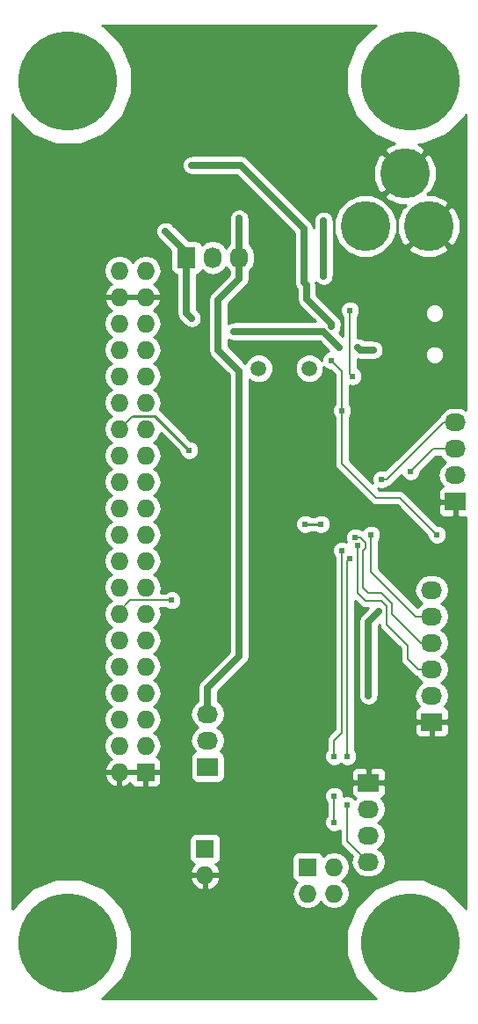
<source format=gbr>
G04 #@! TF.FileFunction,Copper,L2,Bot,Signal*
%FSLAX46Y46*%
G04 Gerber Fmt 4.6, Leading zero omitted, Abs format (unit mm)*
G04 Created by KiCad (PCBNEW (after 2015-mar-04 BZR unknown)-product) date 3/3/2017 1:44:02 PM*
%MOMM*%
G01*
G04 APERTURE LIST*
%ADD10C,0.100000*%
%ADD11R,2.032000X1.727200*%
%ADD12O,2.032000X1.727200*%
%ADD13R,1.727200X1.727200*%
%ADD14O,1.727200X1.727200*%
%ADD15R,1.727200X2.032000*%
%ADD16O,1.727200X2.032000*%
%ADD17C,4.800600*%
%ADD18C,1.501140*%
%ADD19C,9.525000*%
%ADD20C,0.610000*%
%ADD21C,0.203200*%
%ADD22C,0.254000*%
%ADD23C,0.635000*%
G04 APERTURE END LIST*
D10*
D11*
X53340000Y-56515000D03*
D12*
X53340000Y-53975000D03*
X53340000Y-51435000D03*
X53340000Y-48895000D03*
D13*
X29210000Y-89916000D03*
D14*
X29210000Y-92456000D03*
D15*
X27432000Y-33020000D03*
D16*
X29972000Y-33020000D03*
X32512000Y-33020000D03*
D11*
X29464000Y-82042000D03*
D12*
X29464000Y-79502000D03*
X29464000Y-76962000D03*
D17*
X50749200Y-29997400D03*
X44653200Y-29997400D03*
X48463200Y-24917400D03*
D13*
X23495000Y-82550000D03*
D14*
X20955000Y-82550000D03*
X23495000Y-80010000D03*
X20955000Y-80010000D03*
X23495000Y-77470000D03*
X20955000Y-77470000D03*
X23495000Y-74930000D03*
X20955000Y-74930000D03*
X23495000Y-72390000D03*
X20955000Y-72390000D03*
X23495000Y-69850000D03*
X20955000Y-69850000D03*
X23495000Y-67310000D03*
X20955000Y-67310000D03*
X23495000Y-64770000D03*
X20955000Y-64770000D03*
X23495000Y-62230000D03*
X20955000Y-62230000D03*
X23495000Y-59690000D03*
X20955000Y-59690000D03*
X23495000Y-57150000D03*
X20955000Y-57150000D03*
X23495000Y-54610000D03*
X20955000Y-54610000D03*
X23495000Y-52070000D03*
X20955000Y-52070000D03*
X23495000Y-49530000D03*
X20955000Y-49530000D03*
X23495000Y-46990000D03*
X20955000Y-46990000D03*
X23495000Y-44450000D03*
X20955000Y-44450000D03*
X23495000Y-41910000D03*
X20955000Y-41910000D03*
X23495000Y-39370000D03*
X20955000Y-39370000D03*
X23495000Y-36830000D03*
X20955000Y-36830000D03*
X23495000Y-34290000D03*
X20955000Y-34290000D03*
D18*
X34389060Y-43688000D03*
X39270940Y-43688000D03*
D11*
X44958000Y-83566000D03*
D12*
X44958000Y-86106000D03*
X44958000Y-88646000D03*
X44958000Y-91186000D03*
D13*
X39116000Y-91694000D03*
D14*
X41656000Y-91694000D03*
X39116000Y-94234000D03*
X41656000Y-94234000D03*
D11*
X51054000Y-77724000D03*
D12*
X51054000Y-75184000D03*
X51054000Y-72644000D03*
X51054000Y-70104000D03*
X51054000Y-67564000D03*
X51054000Y-65024000D03*
D19*
X16000000Y-16000000D03*
X49000000Y-16000000D03*
X16000000Y-99000000D03*
X49000000Y-99000000D03*
D20*
X42672000Y-18542000D03*
X50800000Y-43688000D03*
X23368000Y-22860000D03*
X25908000Y-55372000D03*
X49784000Y-34290000D03*
X38000000Y-37000000D03*
X33000000Y-37250000D03*
X30750000Y-28250000D03*
X40000000Y-27750000D03*
X45720000Y-43180000D03*
X49276000Y-50292000D03*
X28448000Y-65024000D03*
X21082000Y-28194000D03*
X26670000Y-49022000D03*
X27432000Y-29210000D03*
X32766000Y-22860000D03*
X39878000Y-72898000D03*
X41656000Y-72898000D03*
X34290000Y-76200000D03*
X35560000Y-85725000D03*
X46736000Y-71120000D03*
X46228000Y-58420000D03*
X33782000Y-59436000D03*
X33782000Y-58166000D03*
X39878000Y-48768000D03*
X39624000Y-63500000D03*
X40640000Y-34798000D03*
X40640000Y-29464000D03*
X38862000Y-58674000D03*
X40386000Y-58674000D03*
X27940000Y-24130000D03*
X51562000Y-59690000D03*
X42418000Y-47752000D03*
X41402000Y-42926000D03*
X41402000Y-39624000D03*
X49022000Y-53594000D03*
X46228000Y-54356000D03*
X43180000Y-61976000D03*
X42926000Y-81026000D03*
X42926000Y-85725000D03*
X41656000Y-81026000D03*
X41656000Y-84836000D03*
X41656000Y-87376000D03*
X42418000Y-61214000D03*
X27686000Y-51562000D03*
X26000000Y-66000000D03*
X43434000Y-44450000D03*
X43180000Y-38100000D03*
X43942000Y-60706000D03*
X43688000Y-59944000D03*
X45212000Y-59690000D03*
X25400000Y-30480000D03*
X42164000Y-41656000D03*
X43942000Y-41656000D03*
X44958000Y-75184000D03*
X45974000Y-67056000D03*
X45466000Y-41910000D03*
X32004000Y-40132000D03*
X27940000Y-38862000D03*
X32500000Y-29250000D03*
D21*
X35560000Y-85725000D02*
X35560000Y-85852000D01*
D22*
X38862000Y-58674000D02*
X40386000Y-58674000D01*
D23*
X40640000Y-29464000D02*
X40640000Y-34798000D01*
D21*
X40640000Y-34798000D02*
X40640000Y-29464000D01*
D23*
X41402000Y-39624000D02*
X41402000Y-39402000D01*
X39000000Y-35698000D02*
X38750000Y-35448000D01*
X39000000Y-37000000D02*
X39000000Y-35698000D01*
X41402000Y-39402000D02*
X39000000Y-37000000D01*
X27940000Y-24130000D02*
X32630000Y-24130000D01*
X38750000Y-30250000D02*
X38750000Y-35448000D01*
X32630000Y-24130000D02*
X38750000Y-30250000D01*
D21*
X38750000Y-35448000D02*
X39116000Y-35814000D01*
X51562000Y-59690000D02*
X48006000Y-56134000D01*
X48006000Y-56134000D02*
X45720000Y-56134000D01*
X45720000Y-56134000D02*
X42418000Y-52832000D01*
X42418000Y-52832000D02*
X42418000Y-47752000D01*
X42418000Y-43942000D02*
X42418000Y-47752000D01*
X41402000Y-42926000D02*
X42418000Y-43942000D01*
X39116000Y-37338000D02*
X41402000Y-39624000D01*
X39116000Y-35814000D02*
X39116000Y-37338000D01*
X49022000Y-53594000D02*
X51181000Y-51435000D01*
X51181000Y-51435000D02*
X53340000Y-51435000D01*
X52197000Y-48895000D02*
X46736000Y-54356000D01*
X46736000Y-54356000D02*
X46228000Y-54356000D01*
X53340000Y-48895000D02*
X52197000Y-48895000D01*
X42926000Y-87122000D02*
X42926000Y-89154000D01*
X42926000Y-62230000D02*
X43180000Y-61976000D01*
X42926000Y-81026000D02*
X42926000Y-62230000D01*
X42926000Y-85725000D02*
X42926000Y-89154000D01*
X42926000Y-89154000D02*
X44958000Y-91186000D01*
X42926000Y-89154000D02*
X44958000Y-91186000D01*
X42926000Y-85725000D02*
X42926000Y-85852000D01*
X41656000Y-87376000D02*
X41656000Y-84836000D01*
X41656000Y-81026000D02*
X41656000Y-79502000D01*
X41656000Y-79502000D02*
X42418000Y-78740000D01*
X42418000Y-78740000D02*
X42418000Y-61214000D01*
D22*
X22225000Y-48260000D02*
X24384000Y-48260000D01*
X24384000Y-48260000D02*
X27686000Y-51562000D01*
D21*
X22225000Y-48260000D02*
X20955000Y-49530000D01*
X22000000Y-66000000D02*
X20955000Y-67045000D01*
X26000000Y-66000000D02*
X22000000Y-66000000D01*
X20955000Y-67045000D02*
X20955000Y-67310000D01*
X43434000Y-44450000D02*
X43180000Y-44196000D01*
X43180000Y-44196000D02*
X43180000Y-38100000D01*
X46736000Y-68326000D02*
X46736000Y-66548000D01*
X46736000Y-66548000D02*
X46228000Y-66040000D01*
X43942000Y-60706000D02*
X43942000Y-62738000D01*
X43942000Y-62738000D02*
X43942000Y-65278000D01*
X43942000Y-65278000D02*
X44704000Y-66040000D01*
X44704000Y-66040000D02*
X46228000Y-66040000D01*
X49784000Y-72644000D02*
X48768000Y-71628000D01*
X48768000Y-71628000D02*
X48768000Y-70358000D01*
X48768000Y-70358000D02*
X46736000Y-68326000D01*
X51054000Y-72644000D02*
X49784000Y-72644000D01*
X47244000Y-67310000D02*
X47244000Y-66294000D01*
X47244000Y-66294000D02*
X46228000Y-65278000D01*
X46228000Y-65278000D02*
X44958000Y-65278000D01*
X44958000Y-65278000D02*
X44450000Y-64770000D01*
X44450000Y-64770000D02*
X44450000Y-61214000D01*
X44450000Y-61214000D02*
X44704000Y-60960000D01*
X44704000Y-60960000D02*
X44704000Y-60452000D01*
X44704000Y-60452000D02*
X44196000Y-59944000D01*
X44196000Y-59944000D02*
X43688000Y-59944000D01*
X50038000Y-70104000D02*
X47244000Y-67310000D01*
X51054000Y-70104000D02*
X50038000Y-70104000D01*
X49530000Y-67564000D02*
X45212000Y-63246000D01*
X45212000Y-63246000D02*
X45212000Y-59690000D01*
X51054000Y-67564000D02*
X49530000Y-67564000D01*
D23*
X25400000Y-30480000D02*
X27432000Y-32512000D01*
X27432000Y-32512000D02*
X27432000Y-33020000D01*
X44958000Y-75184000D02*
X44958000Y-68072000D01*
X44958000Y-68072000D02*
X45974000Y-67056000D01*
X45466000Y-41910000D02*
X44196000Y-41910000D01*
X44196000Y-41910000D02*
X43942000Y-41656000D01*
X32004000Y-40132000D02*
X40640000Y-40132000D01*
X40640000Y-40132000D02*
X42164000Y-41656000D01*
X27432000Y-33020000D02*
X27432000Y-38354000D01*
X27432000Y-38354000D02*
X27940000Y-38862000D01*
D21*
X44958000Y-68072000D02*
X45974000Y-67056000D01*
X42164000Y-41656000D02*
X40640000Y-40132000D01*
X27940000Y-38862000D02*
X27432000Y-38354000D01*
D23*
X29464000Y-76962000D02*
X29464000Y-74422000D01*
X32512000Y-35052000D02*
X32512000Y-33020000D01*
X30480000Y-37084000D02*
X32512000Y-35052000D01*
X30480000Y-41910000D02*
X30480000Y-37084000D01*
X32512000Y-43942000D02*
X30480000Y-41910000D01*
X32512000Y-71374000D02*
X32512000Y-43942000D01*
X29464000Y-74422000D02*
X32512000Y-71374000D01*
X32512000Y-33020000D02*
X32512000Y-29262000D01*
X32512000Y-29262000D02*
X32500000Y-29250000D01*
D22*
G36*
X54315000Y-95733746D02*
X54224815Y-95515482D01*
X53213000Y-94501899D01*
X53213000Y-57854850D01*
X53213000Y-56642000D01*
X51847750Y-56642000D01*
X51689000Y-56800750D01*
X51689000Y-57252291D01*
X51689000Y-57504910D01*
X51785673Y-57738299D01*
X51964302Y-57916927D01*
X52197691Y-58013600D01*
X53054250Y-58013600D01*
X53213000Y-57854850D01*
X53213000Y-94501899D01*
X52737345Y-94025413D01*
X52737345Y-75184000D01*
X52623271Y-74610511D01*
X52298415Y-74124330D01*
X51983634Y-73914000D01*
X52298415Y-73703670D01*
X52623271Y-73217489D01*
X52737345Y-72644000D01*
X52623271Y-72070511D01*
X52298415Y-71584330D01*
X51983634Y-71374000D01*
X52298415Y-71163670D01*
X52623271Y-70677489D01*
X52737345Y-70104000D01*
X52623271Y-69530511D01*
X52298415Y-69044330D01*
X51983634Y-68834000D01*
X52298415Y-68623670D01*
X52623271Y-68137489D01*
X52737345Y-67564000D01*
X52623271Y-66990511D01*
X52298415Y-66504330D01*
X51983634Y-66294000D01*
X52298415Y-66083670D01*
X52623271Y-65597489D01*
X52737345Y-65024000D01*
X52623271Y-64450511D01*
X52298415Y-63964330D01*
X51812234Y-63639474D01*
X51238745Y-63525400D01*
X50869255Y-63525400D01*
X50295766Y-63639474D01*
X49809585Y-63964330D01*
X49484729Y-64450511D01*
X49370655Y-65024000D01*
X49484729Y-65597489D01*
X49809585Y-66083670D01*
X50124365Y-66294000D01*
X49809585Y-66504330D01*
X49690405Y-66682695D01*
X45948600Y-62940890D01*
X45948600Y-60282887D01*
X46008429Y-60223163D01*
X46151837Y-59877798D01*
X46152163Y-59503843D01*
X46009358Y-59158228D01*
X45745163Y-58893571D01*
X45399798Y-58750163D01*
X45025843Y-58749837D01*
X44680228Y-58892642D01*
X44415571Y-59156837D01*
X44379425Y-59243885D01*
X44301919Y-59228468D01*
X44221163Y-59147571D01*
X43875798Y-59004163D01*
X43501843Y-59003837D01*
X43156228Y-59146642D01*
X42891571Y-59410837D01*
X42748163Y-59756202D01*
X42747837Y-60130157D01*
X42849079Y-60375182D01*
X42605798Y-60274163D01*
X42231843Y-60273837D01*
X41886228Y-60416642D01*
X41621571Y-60680837D01*
X41478163Y-61026202D01*
X41477837Y-61400157D01*
X41620642Y-61745772D01*
X41681400Y-61806636D01*
X41681400Y-78434890D01*
X41326163Y-78790127D01*
X41326163Y-58487843D01*
X41183358Y-58142228D01*
X40919163Y-57877571D01*
X40573798Y-57734163D01*
X40199843Y-57733837D01*
X39854228Y-57876642D01*
X39818808Y-57912000D01*
X39429531Y-57912000D01*
X39395163Y-57877571D01*
X39049798Y-57734163D01*
X38675843Y-57733837D01*
X38330228Y-57876642D01*
X38065571Y-58140837D01*
X37922163Y-58486202D01*
X37921837Y-58860157D01*
X38064642Y-59205772D01*
X38328837Y-59470429D01*
X38674202Y-59613837D01*
X39048157Y-59614163D01*
X39393772Y-59471358D01*
X39429191Y-59436000D01*
X39818468Y-59436000D01*
X39852837Y-59470429D01*
X40198202Y-59613837D01*
X40572157Y-59614163D01*
X40917772Y-59471358D01*
X41182429Y-59207163D01*
X41325837Y-58861798D01*
X41326163Y-58487843D01*
X41326163Y-78790127D01*
X41135145Y-78981145D01*
X40975470Y-79220115D01*
X40919400Y-79502000D01*
X40919400Y-80433112D01*
X40859571Y-80492837D01*
X40716163Y-80838202D01*
X40715837Y-81212157D01*
X40858642Y-81557772D01*
X41122837Y-81822429D01*
X41468202Y-81965837D01*
X41842157Y-81966163D01*
X42187772Y-81823358D01*
X42290948Y-81720361D01*
X42392837Y-81822429D01*
X42738202Y-81965837D01*
X43112157Y-81966163D01*
X43457772Y-81823358D01*
X43722429Y-81559163D01*
X43865837Y-81213798D01*
X43866163Y-80839843D01*
X43723358Y-80494228D01*
X43662600Y-80433363D01*
X43662600Y-66040310D01*
X44183145Y-66560855D01*
X44422115Y-66720530D01*
X44422116Y-66720530D01*
X44704000Y-66776600D01*
X44906362Y-66776600D01*
X44284481Y-67398481D01*
X44078005Y-67707494D01*
X44005500Y-68072000D01*
X44005500Y-75184000D01*
X44017944Y-75246563D01*
X44017837Y-75370157D01*
X44065450Y-75485390D01*
X44078005Y-75548506D01*
X44113444Y-75601544D01*
X44160642Y-75715772D01*
X44248730Y-75804014D01*
X44284481Y-75857519D01*
X44337517Y-75892957D01*
X44424837Y-75980429D01*
X44539989Y-76028244D01*
X44593494Y-76063995D01*
X44656055Y-76076439D01*
X44770202Y-76123837D01*
X44894885Y-76123945D01*
X44958000Y-76136500D01*
X45020563Y-76124055D01*
X45144157Y-76124163D01*
X45259390Y-76076549D01*
X45322506Y-76063995D01*
X45375544Y-76028555D01*
X45489772Y-75981358D01*
X45578014Y-75893269D01*
X45631519Y-75857519D01*
X45666957Y-75804482D01*
X45754429Y-75717163D01*
X45802244Y-75602010D01*
X45837995Y-75548506D01*
X45850439Y-75485944D01*
X45897837Y-75371798D01*
X45897945Y-75247114D01*
X45910500Y-75184000D01*
X45910500Y-68466538D01*
X46007967Y-68369070D01*
X46055470Y-68607885D01*
X46215145Y-68846855D01*
X48031400Y-70663110D01*
X48031400Y-71628000D01*
X48087470Y-71909885D01*
X48247145Y-72148855D01*
X49263145Y-73164855D01*
X49502115Y-73324530D01*
X49564549Y-73336948D01*
X49809585Y-73703670D01*
X50124365Y-73914000D01*
X49809585Y-74124330D01*
X49484729Y-74610511D01*
X49370655Y-75184000D01*
X49484729Y-75757489D01*
X49809585Y-76243670D01*
X49831780Y-76258500D01*
X49678302Y-76322073D01*
X49499673Y-76500701D01*
X49403000Y-76734090D01*
X49403000Y-76986709D01*
X49403000Y-77438250D01*
X49561750Y-77597000D01*
X50927000Y-77597000D01*
X50927000Y-77577000D01*
X51181000Y-77577000D01*
X51181000Y-77597000D01*
X52546250Y-77597000D01*
X52705000Y-77438250D01*
X52705000Y-76986709D01*
X52705000Y-76734090D01*
X52608327Y-76500701D01*
X52429698Y-76322073D01*
X52276219Y-76258500D01*
X52298415Y-76243670D01*
X52623271Y-75757489D01*
X52737345Y-75184000D01*
X52737345Y-94025413D01*
X52705000Y-93993012D01*
X52705000Y-78713910D01*
X52705000Y-78461291D01*
X52705000Y-78009750D01*
X52546250Y-77851000D01*
X51181000Y-77851000D01*
X51181000Y-79063850D01*
X51339750Y-79222600D01*
X52196309Y-79222600D01*
X52429698Y-79125927D01*
X52608327Y-78947299D01*
X52705000Y-78713910D01*
X52705000Y-93993012D01*
X52493632Y-93781275D01*
X50927000Y-93130752D01*
X50927000Y-79063850D01*
X50927000Y-77851000D01*
X49561750Y-77851000D01*
X49403000Y-78009750D01*
X49403000Y-78461291D01*
X49403000Y-78713910D01*
X49499673Y-78947299D01*
X49678302Y-79125927D01*
X49911691Y-79222600D01*
X50768250Y-79222600D01*
X50927000Y-79063850D01*
X50927000Y-93130752D01*
X50230575Y-92841571D01*
X47780175Y-92839433D01*
X46641345Y-93309987D01*
X46641345Y-91186000D01*
X46527271Y-90612511D01*
X46202415Y-90126330D01*
X45887634Y-89916000D01*
X46202415Y-89705670D01*
X46527271Y-89219489D01*
X46641345Y-88646000D01*
X46527271Y-88072511D01*
X46202415Y-87586330D01*
X45887634Y-87376000D01*
X46202415Y-87165670D01*
X46527271Y-86679489D01*
X46641345Y-86106000D01*
X46527271Y-85532511D01*
X46202415Y-85046330D01*
X46180219Y-85031499D01*
X46333698Y-84967927D01*
X46512327Y-84789299D01*
X46609000Y-84555910D01*
X46609000Y-84303291D01*
X46609000Y-83851750D01*
X46609000Y-83280250D01*
X46609000Y-82828709D01*
X46609000Y-82576090D01*
X46512327Y-82342701D01*
X46333698Y-82164073D01*
X46100309Y-82067400D01*
X45243750Y-82067400D01*
X45085000Y-82226150D01*
X45085000Y-83439000D01*
X46450250Y-83439000D01*
X46609000Y-83280250D01*
X46609000Y-83851750D01*
X46450250Y-83693000D01*
X45085000Y-83693000D01*
X45085000Y-83713000D01*
X44831000Y-83713000D01*
X44831000Y-83693000D01*
X44831000Y-83439000D01*
X44831000Y-82226150D01*
X44672250Y-82067400D01*
X43815691Y-82067400D01*
X43582302Y-82164073D01*
X43403673Y-82342701D01*
X43307000Y-82576090D01*
X43307000Y-82828709D01*
X43307000Y-83280250D01*
X43465750Y-83439000D01*
X44831000Y-83439000D01*
X44831000Y-83693000D01*
X43465750Y-83693000D01*
X43307000Y-83851750D01*
X43307000Y-84303291D01*
X43307000Y-84555910D01*
X43403673Y-84789299D01*
X43582302Y-84967927D01*
X43735780Y-85031499D01*
X43713585Y-85046330D01*
X43658705Y-85128462D01*
X43459163Y-84928571D01*
X43113798Y-84785163D01*
X42739843Y-84784837D01*
X42595993Y-84844274D01*
X42596163Y-84649843D01*
X42453358Y-84304228D01*
X42189163Y-84039571D01*
X41843798Y-83896163D01*
X41469843Y-83895837D01*
X41124228Y-84038642D01*
X40859571Y-84302837D01*
X40716163Y-84648202D01*
X40715837Y-85022157D01*
X40858642Y-85367772D01*
X40919400Y-85428636D01*
X40919400Y-86783112D01*
X40859571Y-86842837D01*
X40716163Y-87188202D01*
X40715837Y-87562157D01*
X40858642Y-87907772D01*
X41122837Y-88172429D01*
X41468202Y-88315837D01*
X41842157Y-88316163D01*
X42187772Y-88173358D01*
X42189400Y-88171732D01*
X42189400Y-89154000D01*
X42245470Y-89435885D01*
X42405145Y-89674855D01*
X43381109Y-90650819D01*
X43274655Y-91186000D01*
X43388729Y-91759489D01*
X43713585Y-92245670D01*
X44199766Y-92570526D01*
X44773255Y-92684600D01*
X45142745Y-92684600D01*
X45716234Y-92570526D01*
X46202415Y-92245670D01*
X46527271Y-91759489D01*
X46641345Y-91186000D01*
X46641345Y-93309987D01*
X45515482Y-93775185D01*
X43781275Y-95506368D01*
X43183959Y-96944863D01*
X43183959Y-94234000D01*
X43069885Y-93660511D01*
X42745029Y-93174330D01*
X42430248Y-92964000D01*
X42745029Y-92753670D01*
X43069885Y-92267489D01*
X43183959Y-91694000D01*
X43069885Y-91120511D01*
X42745029Y-90634330D01*
X42258848Y-90309474D01*
X41685359Y-90195400D01*
X41626641Y-90195400D01*
X41053152Y-90309474D01*
X40586470Y-90621300D01*
X40580063Y-90588277D01*
X40440273Y-90375473D01*
X40229240Y-90233023D01*
X39979600Y-90182960D01*
X38252400Y-90182960D01*
X38010277Y-90229937D01*
X37797473Y-90369727D01*
X37655023Y-90580760D01*
X37604960Y-90830400D01*
X37604960Y-92557600D01*
X37651937Y-92799723D01*
X37791727Y-93012527D01*
X38002760Y-93154977D01*
X38043659Y-93163179D01*
X38026971Y-93174330D01*
X37702115Y-93660511D01*
X37588041Y-94234000D01*
X37702115Y-94807489D01*
X38026971Y-95293670D01*
X38513152Y-95618526D01*
X39086641Y-95732600D01*
X39145359Y-95732600D01*
X39718848Y-95618526D01*
X40205029Y-95293670D01*
X40386000Y-95022827D01*
X40566971Y-95293670D01*
X41053152Y-95618526D01*
X41626641Y-95732600D01*
X41685359Y-95732600D01*
X42258848Y-95618526D01*
X42745029Y-95293670D01*
X43069885Y-94807489D01*
X43183959Y-94234000D01*
X43183959Y-96944863D01*
X42841571Y-97769425D01*
X42839433Y-100219825D01*
X43775185Y-102484518D01*
X45506368Y-104218725D01*
X45738223Y-104315000D01*
X30721040Y-104315000D01*
X30721040Y-90779600D01*
X30721040Y-89052400D01*
X30674063Y-88810277D01*
X30534273Y-88597473D01*
X30323240Y-88455023D01*
X30073600Y-88404960D01*
X28346400Y-88404960D01*
X28104277Y-88451937D01*
X27891473Y-88591727D01*
X27749023Y-88802760D01*
X27698960Y-89052400D01*
X27698960Y-90779600D01*
X27745937Y-91021723D01*
X27885727Y-91234527D01*
X28096760Y-91376977D01*
X28191178Y-91395911D01*
X28003179Y-91567510D01*
X27755032Y-92096973D01*
X27875531Y-92329000D01*
X29083000Y-92329000D01*
X29083000Y-92309000D01*
X29337000Y-92309000D01*
X29337000Y-92329000D01*
X30544469Y-92329000D01*
X30664968Y-92096973D01*
X30416821Y-91567510D01*
X30229736Y-91396746D01*
X30315723Y-91380063D01*
X30528527Y-91240273D01*
X30670977Y-91029240D01*
X30721040Y-90779600D01*
X30721040Y-104315000D01*
X30664968Y-104315000D01*
X30664968Y-92815027D01*
X30544469Y-92583000D01*
X29337000Y-92583000D01*
X29337000Y-93789817D01*
X29569026Y-93910958D01*
X29984947Y-93738688D01*
X30416821Y-93344490D01*
X30664968Y-92815027D01*
X30664968Y-104315000D01*
X29083000Y-104315000D01*
X29083000Y-93789817D01*
X29083000Y-92583000D01*
X27875531Y-92583000D01*
X27755032Y-92815027D01*
X28003179Y-93344490D01*
X28435053Y-93738688D01*
X28850974Y-93910958D01*
X29083000Y-93789817D01*
X29083000Y-104315000D01*
X24993600Y-104315000D01*
X24993600Y-83539910D01*
X24993600Y-83287291D01*
X24993600Y-82835750D01*
X24834850Y-82677000D01*
X23622000Y-82677000D01*
X23622000Y-83889850D01*
X23780750Y-84048600D01*
X24484909Y-84048600D01*
X24718298Y-83951927D01*
X24896927Y-83773299D01*
X24993600Y-83539910D01*
X24993600Y-104315000D01*
X23368000Y-104315000D01*
X23368000Y-83889850D01*
X23368000Y-82677000D01*
X22288817Y-82677000D01*
X22155150Y-82677000D01*
X21082000Y-82677000D01*
X21082000Y-83884469D01*
X21314027Y-84004968D01*
X21843490Y-83756821D01*
X22010471Y-83573880D01*
X22093073Y-83773299D01*
X22271702Y-83951927D01*
X22505091Y-84048600D01*
X23209250Y-84048600D01*
X23368000Y-83889850D01*
X23368000Y-104315000D01*
X19266253Y-104315000D01*
X19484518Y-104224815D01*
X21218725Y-102493632D01*
X22158429Y-100230575D01*
X22160567Y-97780175D01*
X21224815Y-95515482D01*
X20828000Y-95117973D01*
X20828000Y-83884469D01*
X20828000Y-82677000D01*
X19621183Y-82677000D01*
X19500042Y-82909026D01*
X19672312Y-83324947D01*
X20066510Y-83756821D01*
X20595973Y-84004968D01*
X20828000Y-83884469D01*
X20828000Y-95117973D01*
X19493632Y-93781275D01*
X17230575Y-92841571D01*
X14780175Y-92839433D01*
X12515482Y-93775185D01*
X10781275Y-95506368D01*
X10685000Y-95738223D01*
X10685000Y-19266253D01*
X10775185Y-19484518D01*
X12506368Y-21218725D01*
X14769425Y-22158429D01*
X17219825Y-22160567D01*
X19484518Y-21224815D01*
X21218725Y-19493632D01*
X22158429Y-17230575D01*
X22160567Y-14780175D01*
X21224815Y-12515482D01*
X19493632Y-10781275D01*
X19261776Y-10685000D01*
X45733746Y-10685000D01*
X45515482Y-10775185D01*
X43781275Y-12506368D01*
X42841571Y-14769425D01*
X42839433Y-17219825D01*
X43775185Y-19484518D01*
X45506368Y-21218725D01*
X47479835Y-22038180D01*
X46748421Y-22341143D01*
X46478870Y-22753464D01*
X48463200Y-24737795D01*
X50447530Y-22753464D01*
X50177979Y-22341143D01*
X49738808Y-22160147D01*
X50219825Y-22160567D01*
X52484518Y-21224815D01*
X54218725Y-19493632D01*
X54315000Y-19261776D01*
X54315000Y-47655312D01*
X54098234Y-47510474D01*
X53785569Y-47448281D01*
X53785569Y-30595758D01*
X53783421Y-29388243D01*
X53325457Y-28282621D01*
X52913136Y-28013070D01*
X52733530Y-28192675D01*
X52733530Y-27833464D01*
X52463979Y-27421143D01*
X51499569Y-27023679D01*
X51347558Y-26961031D01*
X50687612Y-26962204D01*
X50627137Y-26901729D01*
X51039457Y-26632179D01*
X51499569Y-25515758D01*
X51497421Y-24308243D01*
X51039457Y-23202621D01*
X50627136Y-22933070D01*
X48642805Y-24917400D01*
X48656947Y-24931542D01*
X48477342Y-25111147D01*
X48463200Y-25097005D01*
X48283595Y-25276610D01*
X48283595Y-24917400D01*
X46299264Y-22933070D01*
X45886943Y-23202621D01*
X45426831Y-24319042D01*
X45428979Y-25526557D01*
X45886943Y-26632179D01*
X46299264Y-26901730D01*
X48283595Y-24917400D01*
X48283595Y-25276610D01*
X46478870Y-27081336D01*
X46748421Y-27493657D01*
X47864842Y-27953769D01*
X48524786Y-27952594D01*
X48585262Y-28013070D01*
X48172943Y-28282621D01*
X47712831Y-29399042D01*
X47714979Y-30606557D01*
X48172943Y-31712179D01*
X48585264Y-31981730D01*
X50569595Y-29997400D01*
X50555452Y-29983257D01*
X50735057Y-29803652D01*
X50749200Y-29817795D01*
X52733530Y-27833464D01*
X52733530Y-28192675D01*
X50928805Y-29997400D01*
X52913136Y-31981730D01*
X53325457Y-31712179D01*
X53785569Y-30595758D01*
X53785569Y-47448281D01*
X53524745Y-47396400D01*
X53155255Y-47396400D01*
X52733530Y-47480286D01*
X52733530Y-32161336D01*
X50749200Y-30177005D01*
X50569595Y-30356610D01*
X48764870Y-32161336D01*
X49034421Y-32573657D01*
X50150842Y-33033769D01*
X51358357Y-33031621D01*
X52463979Y-32573657D01*
X52733530Y-32161336D01*
X52733530Y-47480286D01*
X52581766Y-47510474D01*
X52235158Y-47742070D01*
X52235158Y-42205784D01*
X52235158Y-38205784D01*
X52096910Y-37871200D01*
X51841147Y-37614989D01*
X51506804Y-37476158D01*
X51144784Y-37475842D01*
X50810200Y-37614090D01*
X50553989Y-37869853D01*
X50415158Y-38204196D01*
X50414842Y-38566216D01*
X50553090Y-38900800D01*
X50808853Y-39157011D01*
X51143196Y-39295842D01*
X51505216Y-39296158D01*
X51839800Y-39157910D01*
X52096011Y-38902147D01*
X52234842Y-38567804D01*
X52235158Y-38205784D01*
X52235158Y-42205784D01*
X52096910Y-41871200D01*
X51841147Y-41614989D01*
X51506804Y-41476158D01*
X51144784Y-41475842D01*
X50810200Y-41614090D01*
X50553989Y-41869853D01*
X50415158Y-42204196D01*
X50414842Y-42566216D01*
X50553090Y-42900800D01*
X50808853Y-43157011D01*
X51143196Y-43295842D01*
X51505216Y-43296158D01*
X51839800Y-43157910D01*
X52096011Y-42902147D01*
X52234842Y-42567804D01*
X52235158Y-42205784D01*
X52235158Y-47742070D01*
X52095585Y-47835330D01*
X51783482Y-48302424D01*
X51676145Y-48374145D01*
X47689026Y-52361263D01*
X47689026Y-29396290D01*
X47227902Y-28280287D01*
X46374804Y-27425698D01*
X45259607Y-26962628D01*
X44052090Y-26961574D01*
X42936087Y-27422698D01*
X42081498Y-28275796D01*
X41618428Y-29390993D01*
X41617374Y-30598510D01*
X42078498Y-31714513D01*
X42931596Y-32569102D01*
X44046793Y-33032172D01*
X45254310Y-33033226D01*
X46370313Y-32572102D01*
X47224902Y-31719004D01*
X47687972Y-30603807D01*
X47689026Y-29396290D01*
X47689026Y-52361263D01*
X46570068Y-53480221D01*
X46415798Y-53416163D01*
X46041843Y-53415837D01*
X45696228Y-53558642D01*
X45431571Y-53822837D01*
X45288163Y-54168202D01*
X45287837Y-54542157D01*
X45370903Y-54743193D01*
X43154600Y-52526890D01*
X43154600Y-48344887D01*
X43214429Y-48285163D01*
X43357837Y-47939798D01*
X43358163Y-47565843D01*
X43215358Y-47220228D01*
X43154600Y-47159363D01*
X43154600Y-45351800D01*
X43246202Y-45389837D01*
X43620157Y-45390163D01*
X43965772Y-45247358D01*
X44230429Y-44983163D01*
X44373837Y-44637798D01*
X44374163Y-44263843D01*
X44231358Y-43918228D01*
X43967163Y-43653571D01*
X43916600Y-43632575D01*
X43916600Y-42806923D01*
X44196000Y-42862500D01*
X45466000Y-42862500D01*
X45528563Y-42850055D01*
X45652157Y-42850163D01*
X45767390Y-42802549D01*
X45830506Y-42789995D01*
X45883544Y-42754555D01*
X45997772Y-42707358D01*
X46086014Y-42619269D01*
X46139519Y-42583519D01*
X46174957Y-42530482D01*
X46262429Y-42443163D01*
X46310244Y-42328010D01*
X46345995Y-42274506D01*
X46358439Y-42211944D01*
X46405837Y-42097798D01*
X46405945Y-41973114D01*
X46418500Y-41910000D01*
X46406055Y-41847436D01*
X46406163Y-41723843D01*
X46358549Y-41608609D01*
X46345995Y-41545494D01*
X46310555Y-41492455D01*
X46263358Y-41378228D01*
X46175269Y-41289985D01*
X46139519Y-41236481D01*
X46086482Y-41201042D01*
X45999163Y-41113571D01*
X45884010Y-41065755D01*
X45830506Y-41030005D01*
X45767944Y-41017560D01*
X45653798Y-40970163D01*
X45529114Y-40970054D01*
X45466000Y-40957500D01*
X44578132Y-40957500D01*
X44562482Y-40947042D01*
X44475163Y-40859571D01*
X44360010Y-40811755D01*
X44306506Y-40776005D01*
X44243944Y-40763560D01*
X44129798Y-40716163D01*
X44005114Y-40716054D01*
X43942000Y-40703500D01*
X43916600Y-40708552D01*
X43916600Y-38692887D01*
X43976429Y-38633163D01*
X44119837Y-38287798D01*
X44120163Y-37913843D01*
X43977358Y-37568228D01*
X43713163Y-37303571D01*
X43367798Y-37160163D01*
X42993843Y-37159837D01*
X42648228Y-37302642D01*
X42383571Y-37566837D01*
X42240163Y-37912202D01*
X42239837Y-38286157D01*
X42382642Y-38631772D01*
X42443400Y-38692636D01*
X42443400Y-40588361D01*
X42106376Y-40251337D01*
X42110957Y-40244482D01*
X42198429Y-40157163D01*
X42246244Y-40042010D01*
X42281995Y-39988506D01*
X42294439Y-39925944D01*
X42341837Y-39811798D01*
X42341945Y-39687114D01*
X42354500Y-39624000D01*
X42354500Y-39402000D01*
X42281995Y-39037494D01*
X42075519Y-38728481D01*
X39952500Y-36605462D01*
X39952500Y-35698000D01*
X39888365Y-35375575D01*
X39930730Y-35418014D01*
X39966481Y-35471519D01*
X40019517Y-35506957D01*
X40106837Y-35594429D01*
X40221989Y-35642244D01*
X40275494Y-35677995D01*
X40338055Y-35690439D01*
X40452202Y-35737837D01*
X40576885Y-35737945D01*
X40640000Y-35750500D01*
X40702563Y-35738055D01*
X40826157Y-35738163D01*
X40941390Y-35690549D01*
X41004506Y-35677995D01*
X41057544Y-35642555D01*
X41171772Y-35595358D01*
X41260014Y-35507269D01*
X41313519Y-35471519D01*
X41348957Y-35418482D01*
X41436429Y-35331163D01*
X41484244Y-35216010D01*
X41519995Y-35162506D01*
X41532439Y-35099944D01*
X41579837Y-34985798D01*
X41579945Y-34861114D01*
X41592500Y-34798000D01*
X41592500Y-29464000D01*
X41580055Y-29401436D01*
X41580163Y-29277843D01*
X41532549Y-29162609D01*
X41519995Y-29099494D01*
X41484555Y-29046455D01*
X41437358Y-28932228D01*
X41349269Y-28843985D01*
X41313519Y-28790481D01*
X41260482Y-28755042D01*
X41173163Y-28667571D01*
X41058010Y-28619755D01*
X41004506Y-28584005D01*
X40941944Y-28571560D01*
X40827798Y-28524163D01*
X40703114Y-28524054D01*
X40640000Y-28511500D01*
X40577436Y-28523944D01*
X40453843Y-28523837D01*
X40338609Y-28571450D01*
X40275494Y-28584005D01*
X40222455Y-28619444D01*
X40108228Y-28666642D01*
X40019985Y-28754730D01*
X39966481Y-28790481D01*
X39931042Y-28843517D01*
X39843571Y-28930837D01*
X39795755Y-29045989D01*
X39760005Y-29099494D01*
X39747560Y-29162055D01*
X39700163Y-29276202D01*
X39700054Y-29400885D01*
X39687500Y-29464000D01*
X39687500Y-30174590D01*
X39629995Y-29885494D01*
X39423519Y-29576481D01*
X33303519Y-23456481D01*
X32994506Y-23250005D01*
X32630000Y-23177500D01*
X27940000Y-23177500D01*
X27877436Y-23189944D01*
X27753843Y-23189837D01*
X27638609Y-23237450D01*
X27575494Y-23250005D01*
X27522455Y-23285444D01*
X27408228Y-23332642D01*
X27319985Y-23420730D01*
X27266481Y-23456481D01*
X27231042Y-23509517D01*
X27143571Y-23596837D01*
X27095755Y-23711989D01*
X27060005Y-23765494D01*
X27047560Y-23828055D01*
X27000163Y-23942202D01*
X27000054Y-24066885D01*
X26987500Y-24130000D01*
X26999944Y-24192563D01*
X26999837Y-24316157D01*
X27047450Y-24431390D01*
X27060005Y-24494506D01*
X27095444Y-24547544D01*
X27142642Y-24661772D01*
X27230730Y-24750014D01*
X27266481Y-24803519D01*
X27319517Y-24838957D01*
X27406837Y-24926429D01*
X27521989Y-24974244D01*
X27575494Y-25009995D01*
X27638055Y-25022439D01*
X27752202Y-25069837D01*
X27876885Y-25069945D01*
X27940000Y-25082500D01*
X32235462Y-25082500D01*
X37797500Y-30644538D01*
X37797500Y-35448000D01*
X37870005Y-35812506D01*
X38047500Y-36078145D01*
X38047500Y-37000000D01*
X38120005Y-37364506D01*
X38326481Y-37673519D01*
X39832462Y-39179500D01*
X32004000Y-39179500D01*
X31941436Y-39191944D01*
X31817843Y-39191837D01*
X31702609Y-39239450D01*
X31639494Y-39252005D01*
X31586455Y-39287444D01*
X31472228Y-39334642D01*
X31432500Y-39374300D01*
X31432500Y-37478538D01*
X33185519Y-35725519D01*
X33391995Y-35416506D01*
X33464500Y-35052000D01*
X33464500Y-34336023D01*
X33571670Y-34264415D01*
X33896526Y-33778234D01*
X34010600Y-33204745D01*
X34010600Y-32835255D01*
X33896526Y-32261766D01*
X33571670Y-31775585D01*
X33464500Y-31703976D01*
X33464500Y-29262000D01*
X33440097Y-29139319D01*
X33440163Y-29063843D01*
X33411086Y-28993471D01*
X33391995Y-28897495D01*
X33391995Y-28897494D01*
X33338103Y-28816840D01*
X33338103Y-28816839D01*
X33297358Y-28718228D01*
X33221314Y-28642051D01*
X33221312Y-28642049D01*
X33185520Y-28588481D01*
X33173519Y-28576481D01*
X33120482Y-28541042D01*
X33033163Y-28453571D01*
X32918010Y-28405755D01*
X32864506Y-28370005D01*
X32801944Y-28357560D01*
X32687798Y-28310163D01*
X32563114Y-28310054D01*
X32500000Y-28297500D01*
X32437436Y-28309944D01*
X32313843Y-28309837D01*
X32198609Y-28357450D01*
X32135494Y-28370005D01*
X32082455Y-28405444D01*
X31968228Y-28452642D01*
X31879985Y-28540730D01*
X31826481Y-28576481D01*
X31791042Y-28629517D01*
X31703571Y-28716837D01*
X31655755Y-28831989D01*
X31620005Y-28885494D01*
X31607560Y-28948055D01*
X31560163Y-29062202D01*
X31560054Y-29186885D01*
X31547500Y-29250000D01*
X31559500Y-29310327D01*
X31559500Y-31703976D01*
X31452330Y-31775585D01*
X31242000Y-32090365D01*
X31031670Y-31775585D01*
X30545489Y-31450729D01*
X29972000Y-31336655D01*
X29398511Y-31450729D01*
X28912330Y-31775585D01*
X28901784Y-31791367D01*
X28896063Y-31761877D01*
X28756273Y-31549073D01*
X28545240Y-31406623D01*
X28295600Y-31356560D01*
X27623598Y-31356560D01*
X26073519Y-29806481D01*
X26020482Y-29771042D01*
X25933163Y-29683571D01*
X25818010Y-29635755D01*
X25764506Y-29600005D01*
X25701944Y-29587560D01*
X25587798Y-29540163D01*
X25463114Y-29540054D01*
X25400000Y-29527500D01*
X25337436Y-29539944D01*
X25213843Y-29539837D01*
X25098609Y-29587450D01*
X25035494Y-29600005D01*
X24982455Y-29635444D01*
X24868228Y-29682642D01*
X24779985Y-29770730D01*
X24726481Y-29806481D01*
X24691042Y-29859517D01*
X24603571Y-29946837D01*
X24555755Y-30061989D01*
X24520005Y-30115494D01*
X24507560Y-30178055D01*
X24460163Y-30292202D01*
X24460054Y-30416885D01*
X24447500Y-30480000D01*
X24459944Y-30542563D01*
X24459837Y-30666157D01*
X24507450Y-30781390D01*
X24520005Y-30844506D01*
X24555444Y-30897544D01*
X24602642Y-31011772D01*
X24690730Y-31100014D01*
X24726481Y-31153519D01*
X25920960Y-32347998D01*
X25920960Y-34036000D01*
X25967937Y-34278123D01*
X26107727Y-34490927D01*
X26318760Y-34633377D01*
X26479500Y-34665611D01*
X26479500Y-38354000D01*
X26552005Y-38718506D01*
X26758481Y-39027519D01*
X27266480Y-39535519D01*
X27319519Y-39570958D01*
X27406837Y-39658429D01*
X27521989Y-39706244D01*
X27575494Y-39741995D01*
X27638054Y-39754439D01*
X27752202Y-39801837D01*
X27876889Y-39801945D01*
X27940000Y-39814499D01*
X28002559Y-39802055D01*
X28126157Y-39802163D01*
X28241392Y-39754548D01*
X28304505Y-39741995D01*
X28357542Y-39706556D01*
X28471772Y-39659358D01*
X28560014Y-39571269D01*
X28613519Y-39535519D01*
X28648956Y-39482482D01*
X28736429Y-39395163D01*
X28784245Y-39280008D01*
X28819995Y-39226505D01*
X28832438Y-39163945D01*
X28879837Y-39049798D01*
X28879945Y-38925110D01*
X28892499Y-38862000D01*
X28880055Y-38799440D01*
X28880163Y-38675843D01*
X28832549Y-38560608D01*
X28819995Y-38497494D01*
X28784555Y-38444454D01*
X28737358Y-38330228D01*
X28649271Y-38241987D01*
X28613519Y-38188480D01*
X28384500Y-37959461D01*
X28384500Y-34666191D01*
X28537723Y-34636463D01*
X28750527Y-34496673D01*
X28892977Y-34285640D01*
X28900718Y-34247037D01*
X28912330Y-34264415D01*
X29398511Y-34589271D01*
X29972000Y-34703345D01*
X30545489Y-34589271D01*
X31031670Y-34264415D01*
X31242000Y-33949634D01*
X31452330Y-34264415D01*
X31559500Y-34336023D01*
X31559500Y-34657462D01*
X29806481Y-36410481D01*
X29600005Y-36719494D01*
X29527500Y-37084000D01*
X29527500Y-41910000D01*
X29600005Y-42274506D01*
X29806481Y-42583519D01*
X31559500Y-44336538D01*
X31559500Y-70979462D01*
X28790481Y-73748481D01*
X28626163Y-73994400D01*
X28626163Y-51375843D01*
X28483358Y-51030228D01*
X28219163Y-50765571D01*
X27873798Y-50622163D01*
X27823749Y-50622119D01*
X24922815Y-47721185D01*
X24840338Y-47666076D01*
X24840338Y-47666075D01*
X24908885Y-47563489D01*
X25022959Y-46990000D01*
X24908885Y-46416511D01*
X24584029Y-45930330D01*
X24269248Y-45720000D01*
X24584029Y-45509670D01*
X24908885Y-45023489D01*
X25022959Y-44450000D01*
X24908885Y-43876511D01*
X24584029Y-43390330D01*
X24269248Y-43180000D01*
X24584029Y-42969670D01*
X24908885Y-42483489D01*
X25022959Y-41910000D01*
X24908885Y-41336511D01*
X24584029Y-40850330D01*
X24269248Y-40640000D01*
X24584029Y-40429670D01*
X24908885Y-39943489D01*
X25022959Y-39370000D01*
X25022959Y-34290000D01*
X24908885Y-33716511D01*
X24584029Y-33230330D01*
X24097848Y-32905474D01*
X23524359Y-32791400D01*
X23465641Y-32791400D01*
X22892152Y-32905474D01*
X22405971Y-33230330D01*
X22225000Y-33501172D01*
X22044029Y-33230330D01*
X21557848Y-32905474D01*
X20984359Y-32791400D01*
X20925641Y-32791400D01*
X20352152Y-32905474D01*
X19865971Y-33230330D01*
X19541115Y-33716511D01*
X19427041Y-34290000D01*
X19541115Y-34863489D01*
X19865971Y-35349670D01*
X20189228Y-35565663D01*
X20066510Y-35623179D01*
X19672312Y-36055053D01*
X19500042Y-36470974D01*
X19621183Y-36703000D01*
X20828000Y-36703000D01*
X20828000Y-36683000D01*
X21082000Y-36683000D01*
X21082000Y-36703000D01*
X22161183Y-36703000D01*
X22288817Y-36703000D01*
X23368000Y-36703000D01*
X23368000Y-36683000D01*
X23622000Y-36683000D01*
X23622000Y-36703000D01*
X24828817Y-36703000D01*
X24949958Y-36470974D01*
X24777688Y-36055053D01*
X24383490Y-35623179D01*
X24260771Y-35565663D01*
X24584029Y-35349670D01*
X24908885Y-34863489D01*
X25022959Y-34290000D01*
X25022959Y-39370000D01*
X24908885Y-38796511D01*
X24584029Y-38310330D01*
X24260771Y-38094336D01*
X24383490Y-38036821D01*
X24777688Y-37604947D01*
X24949958Y-37189026D01*
X24828817Y-36957000D01*
X23622000Y-36957000D01*
X23622000Y-36977000D01*
X23368000Y-36977000D01*
X23368000Y-36957000D01*
X22288817Y-36957000D01*
X22161183Y-36957000D01*
X21082000Y-36957000D01*
X21082000Y-36977000D01*
X20828000Y-36977000D01*
X20828000Y-36957000D01*
X19621183Y-36957000D01*
X19500042Y-37189026D01*
X19672312Y-37604947D01*
X20066510Y-38036821D01*
X20189228Y-38094336D01*
X19865971Y-38310330D01*
X19541115Y-38796511D01*
X19427041Y-39370000D01*
X19541115Y-39943489D01*
X19865971Y-40429670D01*
X20180751Y-40640000D01*
X19865971Y-40850330D01*
X19541115Y-41336511D01*
X19427041Y-41910000D01*
X19541115Y-42483489D01*
X19865971Y-42969670D01*
X20180751Y-43180000D01*
X19865971Y-43390330D01*
X19541115Y-43876511D01*
X19427041Y-44450000D01*
X19541115Y-45023489D01*
X19865971Y-45509670D01*
X20180751Y-45720000D01*
X19865971Y-45930330D01*
X19541115Y-46416511D01*
X19427041Y-46990000D01*
X19541115Y-47563489D01*
X19865971Y-48049670D01*
X20180751Y-48260000D01*
X19865971Y-48470330D01*
X19541115Y-48956511D01*
X19427041Y-49530000D01*
X19541115Y-50103489D01*
X19865971Y-50589670D01*
X20180751Y-50800000D01*
X19865971Y-51010330D01*
X19541115Y-51496511D01*
X19427041Y-52070000D01*
X19541115Y-52643489D01*
X19865971Y-53129670D01*
X20180751Y-53340000D01*
X19865971Y-53550330D01*
X19541115Y-54036511D01*
X19427041Y-54610000D01*
X19541115Y-55183489D01*
X19865971Y-55669670D01*
X20180751Y-55880000D01*
X19865971Y-56090330D01*
X19541115Y-56576511D01*
X19427041Y-57150000D01*
X19541115Y-57723489D01*
X19865971Y-58209670D01*
X20180751Y-58420000D01*
X19865971Y-58630330D01*
X19541115Y-59116511D01*
X19427041Y-59690000D01*
X19541115Y-60263489D01*
X19865971Y-60749670D01*
X20180751Y-60960000D01*
X19865971Y-61170330D01*
X19541115Y-61656511D01*
X19427041Y-62230000D01*
X19541115Y-62803489D01*
X19865971Y-63289670D01*
X20180751Y-63500000D01*
X19865971Y-63710330D01*
X19541115Y-64196511D01*
X19427041Y-64770000D01*
X19541115Y-65343489D01*
X19865971Y-65829670D01*
X20180751Y-66040000D01*
X19865971Y-66250330D01*
X19541115Y-66736511D01*
X19427041Y-67310000D01*
X19541115Y-67883489D01*
X19865971Y-68369670D01*
X20180751Y-68580000D01*
X19865971Y-68790330D01*
X19541115Y-69276511D01*
X19427041Y-69850000D01*
X19541115Y-70423489D01*
X19865971Y-70909670D01*
X20180751Y-71120000D01*
X19865971Y-71330330D01*
X19541115Y-71816511D01*
X19427041Y-72390000D01*
X19541115Y-72963489D01*
X19865971Y-73449670D01*
X20180751Y-73660000D01*
X19865971Y-73870330D01*
X19541115Y-74356511D01*
X19427041Y-74930000D01*
X19541115Y-75503489D01*
X19865971Y-75989670D01*
X20180751Y-76200000D01*
X19865971Y-76410330D01*
X19541115Y-76896511D01*
X19427041Y-77470000D01*
X19541115Y-78043489D01*
X19865971Y-78529670D01*
X20180751Y-78740000D01*
X19865971Y-78950330D01*
X19541115Y-79436511D01*
X19427041Y-80010000D01*
X19541115Y-80583489D01*
X19865971Y-81069670D01*
X20189228Y-81285663D01*
X20066510Y-81343179D01*
X19672312Y-81775053D01*
X19500042Y-82190974D01*
X19621183Y-82423000D01*
X20828000Y-82423000D01*
X20828000Y-82403000D01*
X21082000Y-82403000D01*
X21082000Y-82423000D01*
X22155150Y-82423000D01*
X22288817Y-82423000D01*
X23368000Y-82423000D01*
X23368000Y-82403000D01*
X23622000Y-82403000D01*
X23622000Y-82423000D01*
X24834850Y-82423000D01*
X24993600Y-82264250D01*
X24993600Y-81812709D01*
X24993600Y-81560090D01*
X24896927Y-81326701D01*
X24718298Y-81148073D01*
X24562976Y-81083736D01*
X24584029Y-81069670D01*
X24908885Y-80583489D01*
X25022959Y-80010000D01*
X24908885Y-79436511D01*
X24584029Y-78950330D01*
X24269248Y-78740000D01*
X24584029Y-78529670D01*
X24908885Y-78043489D01*
X25022959Y-77470000D01*
X24908885Y-76896511D01*
X24584029Y-76410330D01*
X24269248Y-76200000D01*
X24584029Y-75989670D01*
X24908885Y-75503489D01*
X25022959Y-74930000D01*
X24908885Y-74356511D01*
X24584029Y-73870330D01*
X24269248Y-73660000D01*
X24584029Y-73449670D01*
X24908885Y-72963489D01*
X25022959Y-72390000D01*
X24908885Y-71816511D01*
X24584029Y-71330330D01*
X24269248Y-71120000D01*
X24584029Y-70909670D01*
X24908885Y-70423489D01*
X25022959Y-69850000D01*
X24908885Y-69276511D01*
X24584029Y-68790330D01*
X24269248Y-68580000D01*
X24584029Y-68369670D01*
X24908885Y-67883489D01*
X25022959Y-67310000D01*
X24908902Y-66736600D01*
X25407112Y-66736600D01*
X25466837Y-66796429D01*
X25812202Y-66939837D01*
X26186157Y-66940163D01*
X26531772Y-66797358D01*
X26796429Y-66533163D01*
X26939837Y-66187798D01*
X26940163Y-65813843D01*
X26797358Y-65468228D01*
X26533163Y-65203571D01*
X26187798Y-65060163D01*
X25813843Y-65059837D01*
X25468228Y-65202642D01*
X25407363Y-65263400D01*
X24924815Y-65263400D01*
X25022959Y-64770000D01*
X24908885Y-64196511D01*
X24584029Y-63710330D01*
X24269248Y-63500000D01*
X24584029Y-63289670D01*
X24908885Y-62803489D01*
X25022959Y-62230000D01*
X24908885Y-61656511D01*
X24584029Y-61170330D01*
X24269248Y-60960000D01*
X24584029Y-60749670D01*
X24908885Y-60263489D01*
X25022959Y-59690000D01*
X24908885Y-59116511D01*
X24584029Y-58630330D01*
X24269248Y-58420000D01*
X24584029Y-58209670D01*
X24908885Y-57723489D01*
X25022959Y-57150000D01*
X24908885Y-56576511D01*
X24584029Y-56090330D01*
X24269248Y-55880000D01*
X24584029Y-55669670D01*
X24908885Y-55183489D01*
X25022959Y-54610000D01*
X24908885Y-54036511D01*
X24584029Y-53550330D01*
X24269248Y-53340000D01*
X24584029Y-53129670D01*
X24908885Y-52643489D01*
X25022959Y-52070000D01*
X24908885Y-51496511D01*
X24584029Y-51010330D01*
X24269248Y-50800000D01*
X24584029Y-50589670D01*
X24908885Y-50103489D01*
X24948865Y-49902495D01*
X26745879Y-51699509D01*
X26745837Y-51748157D01*
X26888642Y-52093772D01*
X27152837Y-52358429D01*
X27498202Y-52501837D01*
X27872157Y-52502163D01*
X28217772Y-52359358D01*
X28482429Y-52095163D01*
X28625837Y-51749798D01*
X28626163Y-51375843D01*
X28626163Y-73994400D01*
X28584005Y-74057494D01*
X28511500Y-74422000D01*
X28511500Y-75707278D01*
X28219585Y-75902330D01*
X27894729Y-76388511D01*
X27780655Y-76962000D01*
X27894729Y-77535489D01*
X28219585Y-78021670D01*
X28534365Y-78232000D01*
X28219585Y-78442330D01*
X27894729Y-78928511D01*
X27780655Y-79502000D01*
X27894729Y-80075489D01*
X28219585Y-80561670D01*
X28235367Y-80572215D01*
X28205877Y-80577937D01*
X27993073Y-80717727D01*
X27850623Y-80928760D01*
X27800560Y-81178400D01*
X27800560Y-82905600D01*
X27847537Y-83147723D01*
X27987327Y-83360527D01*
X28198360Y-83502977D01*
X28448000Y-83553040D01*
X30480000Y-83553040D01*
X30722123Y-83506063D01*
X30934927Y-83366273D01*
X31077377Y-83155240D01*
X31127440Y-82905600D01*
X31127440Y-81178400D01*
X31080463Y-80936277D01*
X30940673Y-80723473D01*
X30729640Y-80581023D01*
X30691037Y-80573281D01*
X30708415Y-80561670D01*
X31033271Y-80075489D01*
X31147345Y-79502000D01*
X31033271Y-78928511D01*
X30708415Y-78442330D01*
X30393634Y-78232000D01*
X30708415Y-78021670D01*
X31033271Y-77535489D01*
X31147345Y-76962000D01*
X31033271Y-76388511D01*
X30708415Y-75902330D01*
X30416500Y-75707278D01*
X30416500Y-74816538D01*
X33185519Y-72047519D01*
X33391995Y-71738506D01*
X33464500Y-71374000D01*
X33464500Y-44723028D01*
X33603173Y-44861944D01*
X34112244Y-45073329D01*
X34663458Y-45073810D01*
X35172897Y-44863314D01*
X35563004Y-44473887D01*
X35774389Y-43964816D01*
X35774870Y-43413602D01*
X35564374Y-42904163D01*
X35174947Y-42514056D01*
X34665876Y-42302671D01*
X34114662Y-42302190D01*
X33605223Y-42512686D01*
X33215116Y-42902113D01*
X33098938Y-43181900D01*
X31432500Y-41515462D01*
X31432500Y-40890024D01*
X31470837Y-40928429D01*
X31585989Y-40976244D01*
X31639494Y-41011995D01*
X31702055Y-41024439D01*
X31816202Y-41071837D01*
X31940885Y-41071945D01*
X32004000Y-41084500D01*
X40245461Y-41084500D01*
X41166985Y-42006024D01*
X40870228Y-42128642D01*
X40605571Y-42392837D01*
X40462163Y-42738202D01*
X40461985Y-42942235D01*
X40446254Y-42904163D01*
X40056827Y-42514056D01*
X39547756Y-42302671D01*
X38996542Y-42302190D01*
X38487103Y-42512686D01*
X38096996Y-42902113D01*
X37885611Y-43411184D01*
X37885130Y-43962398D01*
X38095626Y-44471837D01*
X38485053Y-44861944D01*
X38994124Y-45073329D01*
X39545338Y-45073810D01*
X40054777Y-44863314D01*
X40444884Y-44473887D01*
X40656269Y-43964816D01*
X40656665Y-43509886D01*
X40868837Y-43722429D01*
X41214202Y-43865837D01*
X41300201Y-43865911D01*
X41681400Y-44247110D01*
X41681400Y-47159112D01*
X41621571Y-47218837D01*
X41478163Y-47564202D01*
X41477837Y-47938157D01*
X41620642Y-48283772D01*
X41681400Y-48344636D01*
X41681400Y-52832000D01*
X41737470Y-53113885D01*
X41897145Y-53352855D01*
X45199145Y-56654855D01*
X45438115Y-56814530D01*
X45720000Y-56870600D01*
X47700890Y-56870600D01*
X50621910Y-59791620D01*
X50621837Y-59876157D01*
X50764642Y-60221772D01*
X51028837Y-60486429D01*
X51374202Y-60629837D01*
X51748157Y-60630163D01*
X52093772Y-60487358D01*
X52358429Y-60223163D01*
X52501837Y-59877798D01*
X52502163Y-59503843D01*
X52359358Y-59158228D01*
X52095163Y-58893571D01*
X51749798Y-58750163D01*
X51663798Y-58750088D01*
X48526855Y-55613145D01*
X48287885Y-55453470D01*
X48006000Y-55397400D01*
X46025110Y-55397400D01*
X45840711Y-55213001D01*
X46040202Y-55295837D01*
X46414157Y-55296163D01*
X46759772Y-55153358D01*
X46841697Y-55071575D01*
X47017885Y-55036530D01*
X47256855Y-54876855D01*
X48161281Y-53972428D01*
X48224642Y-54125772D01*
X48488837Y-54390429D01*
X48834202Y-54533837D01*
X49208157Y-54534163D01*
X49553772Y-54391358D01*
X49818429Y-54127163D01*
X49961837Y-53781798D01*
X49961911Y-53695798D01*
X51486110Y-52171600D01*
X51879716Y-52171600D01*
X52095585Y-52494670D01*
X52410365Y-52705000D01*
X52095585Y-52915330D01*
X51770729Y-53401511D01*
X51656655Y-53975000D01*
X51770729Y-54548489D01*
X52095585Y-55034670D01*
X52117780Y-55049500D01*
X51964302Y-55113073D01*
X51785673Y-55291701D01*
X51689000Y-55525090D01*
X51689000Y-55777709D01*
X51689000Y-56229250D01*
X51847750Y-56388000D01*
X53213000Y-56388000D01*
X53213000Y-56368000D01*
X53467000Y-56368000D01*
X53467000Y-56388000D01*
X53487000Y-56388000D01*
X53487000Y-56642000D01*
X53467000Y-56642000D01*
X53467000Y-57854850D01*
X53625750Y-58013600D01*
X54315000Y-58013600D01*
X54315000Y-95733746D01*
X54315000Y-95733746D01*
G37*
X54315000Y-95733746D02*
X54224815Y-95515482D01*
X53213000Y-94501899D01*
X53213000Y-57854850D01*
X53213000Y-56642000D01*
X51847750Y-56642000D01*
X51689000Y-56800750D01*
X51689000Y-57252291D01*
X51689000Y-57504910D01*
X51785673Y-57738299D01*
X51964302Y-57916927D01*
X52197691Y-58013600D01*
X53054250Y-58013600D01*
X53213000Y-57854850D01*
X53213000Y-94501899D01*
X52737345Y-94025413D01*
X52737345Y-75184000D01*
X52623271Y-74610511D01*
X52298415Y-74124330D01*
X51983634Y-73914000D01*
X52298415Y-73703670D01*
X52623271Y-73217489D01*
X52737345Y-72644000D01*
X52623271Y-72070511D01*
X52298415Y-71584330D01*
X51983634Y-71374000D01*
X52298415Y-71163670D01*
X52623271Y-70677489D01*
X52737345Y-70104000D01*
X52623271Y-69530511D01*
X52298415Y-69044330D01*
X51983634Y-68834000D01*
X52298415Y-68623670D01*
X52623271Y-68137489D01*
X52737345Y-67564000D01*
X52623271Y-66990511D01*
X52298415Y-66504330D01*
X51983634Y-66294000D01*
X52298415Y-66083670D01*
X52623271Y-65597489D01*
X52737345Y-65024000D01*
X52623271Y-64450511D01*
X52298415Y-63964330D01*
X51812234Y-63639474D01*
X51238745Y-63525400D01*
X50869255Y-63525400D01*
X50295766Y-63639474D01*
X49809585Y-63964330D01*
X49484729Y-64450511D01*
X49370655Y-65024000D01*
X49484729Y-65597489D01*
X49809585Y-66083670D01*
X50124365Y-66294000D01*
X49809585Y-66504330D01*
X49690405Y-66682695D01*
X45948600Y-62940890D01*
X45948600Y-60282887D01*
X46008429Y-60223163D01*
X46151837Y-59877798D01*
X46152163Y-59503843D01*
X46009358Y-59158228D01*
X45745163Y-58893571D01*
X45399798Y-58750163D01*
X45025843Y-58749837D01*
X44680228Y-58892642D01*
X44415571Y-59156837D01*
X44379425Y-59243885D01*
X44301919Y-59228468D01*
X44221163Y-59147571D01*
X43875798Y-59004163D01*
X43501843Y-59003837D01*
X43156228Y-59146642D01*
X42891571Y-59410837D01*
X42748163Y-59756202D01*
X42747837Y-60130157D01*
X42849079Y-60375182D01*
X42605798Y-60274163D01*
X42231843Y-60273837D01*
X41886228Y-60416642D01*
X41621571Y-60680837D01*
X41478163Y-61026202D01*
X41477837Y-61400157D01*
X41620642Y-61745772D01*
X41681400Y-61806636D01*
X41681400Y-78434890D01*
X41326163Y-78790127D01*
X41326163Y-58487843D01*
X41183358Y-58142228D01*
X40919163Y-57877571D01*
X40573798Y-57734163D01*
X40199843Y-57733837D01*
X39854228Y-57876642D01*
X39818808Y-57912000D01*
X39429531Y-57912000D01*
X39395163Y-57877571D01*
X39049798Y-57734163D01*
X38675843Y-57733837D01*
X38330228Y-57876642D01*
X38065571Y-58140837D01*
X37922163Y-58486202D01*
X37921837Y-58860157D01*
X38064642Y-59205772D01*
X38328837Y-59470429D01*
X38674202Y-59613837D01*
X39048157Y-59614163D01*
X39393772Y-59471358D01*
X39429191Y-59436000D01*
X39818468Y-59436000D01*
X39852837Y-59470429D01*
X40198202Y-59613837D01*
X40572157Y-59614163D01*
X40917772Y-59471358D01*
X41182429Y-59207163D01*
X41325837Y-58861798D01*
X41326163Y-58487843D01*
X41326163Y-78790127D01*
X41135145Y-78981145D01*
X40975470Y-79220115D01*
X40919400Y-79502000D01*
X40919400Y-80433112D01*
X40859571Y-80492837D01*
X40716163Y-80838202D01*
X40715837Y-81212157D01*
X40858642Y-81557772D01*
X41122837Y-81822429D01*
X41468202Y-81965837D01*
X41842157Y-81966163D01*
X42187772Y-81823358D01*
X42290948Y-81720361D01*
X42392837Y-81822429D01*
X42738202Y-81965837D01*
X43112157Y-81966163D01*
X43457772Y-81823358D01*
X43722429Y-81559163D01*
X43865837Y-81213798D01*
X43866163Y-80839843D01*
X43723358Y-80494228D01*
X43662600Y-80433363D01*
X43662600Y-66040310D01*
X44183145Y-66560855D01*
X44422115Y-66720530D01*
X44422116Y-66720530D01*
X44704000Y-66776600D01*
X44906362Y-66776600D01*
X44284481Y-67398481D01*
X44078005Y-67707494D01*
X44005500Y-68072000D01*
X44005500Y-75184000D01*
X44017944Y-75246563D01*
X44017837Y-75370157D01*
X44065450Y-75485390D01*
X44078005Y-75548506D01*
X44113444Y-75601544D01*
X44160642Y-75715772D01*
X44248730Y-75804014D01*
X44284481Y-75857519D01*
X44337517Y-75892957D01*
X44424837Y-75980429D01*
X44539989Y-76028244D01*
X44593494Y-76063995D01*
X44656055Y-76076439D01*
X44770202Y-76123837D01*
X44894885Y-76123945D01*
X44958000Y-76136500D01*
X45020563Y-76124055D01*
X45144157Y-76124163D01*
X45259390Y-76076549D01*
X45322506Y-76063995D01*
X45375544Y-76028555D01*
X45489772Y-75981358D01*
X45578014Y-75893269D01*
X45631519Y-75857519D01*
X45666957Y-75804482D01*
X45754429Y-75717163D01*
X45802244Y-75602010D01*
X45837995Y-75548506D01*
X45850439Y-75485944D01*
X45897837Y-75371798D01*
X45897945Y-75247114D01*
X45910500Y-75184000D01*
X45910500Y-68466538D01*
X46007967Y-68369070D01*
X46055470Y-68607885D01*
X46215145Y-68846855D01*
X48031400Y-70663110D01*
X48031400Y-71628000D01*
X48087470Y-71909885D01*
X48247145Y-72148855D01*
X49263145Y-73164855D01*
X49502115Y-73324530D01*
X49564549Y-73336948D01*
X49809585Y-73703670D01*
X50124365Y-73914000D01*
X49809585Y-74124330D01*
X49484729Y-74610511D01*
X49370655Y-75184000D01*
X49484729Y-75757489D01*
X49809585Y-76243670D01*
X49831780Y-76258500D01*
X49678302Y-76322073D01*
X49499673Y-76500701D01*
X49403000Y-76734090D01*
X49403000Y-76986709D01*
X49403000Y-77438250D01*
X49561750Y-77597000D01*
X50927000Y-77597000D01*
X50927000Y-77577000D01*
X51181000Y-77577000D01*
X51181000Y-77597000D01*
X52546250Y-77597000D01*
X52705000Y-77438250D01*
X52705000Y-76986709D01*
X52705000Y-76734090D01*
X52608327Y-76500701D01*
X52429698Y-76322073D01*
X52276219Y-76258500D01*
X52298415Y-76243670D01*
X52623271Y-75757489D01*
X52737345Y-75184000D01*
X52737345Y-94025413D01*
X52705000Y-93993012D01*
X52705000Y-78713910D01*
X52705000Y-78461291D01*
X52705000Y-78009750D01*
X52546250Y-77851000D01*
X51181000Y-77851000D01*
X51181000Y-79063850D01*
X51339750Y-79222600D01*
X52196309Y-79222600D01*
X52429698Y-79125927D01*
X52608327Y-78947299D01*
X52705000Y-78713910D01*
X52705000Y-93993012D01*
X52493632Y-93781275D01*
X50927000Y-93130752D01*
X50927000Y-79063850D01*
X50927000Y-77851000D01*
X49561750Y-77851000D01*
X49403000Y-78009750D01*
X49403000Y-78461291D01*
X49403000Y-78713910D01*
X49499673Y-78947299D01*
X49678302Y-79125927D01*
X49911691Y-79222600D01*
X50768250Y-79222600D01*
X50927000Y-79063850D01*
X50927000Y-93130752D01*
X50230575Y-92841571D01*
X47780175Y-92839433D01*
X46641345Y-93309987D01*
X46641345Y-91186000D01*
X46527271Y-90612511D01*
X46202415Y-90126330D01*
X45887634Y-89916000D01*
X46202415Y-89705670D01*
X46527271Y-89219489D01*
X46641345Y-88646000D01*
X46527271Y-88072511D01*
X46202415Y-87586330D01*
X45887634Y-87376000D01*
X46202415Y-87165670D01*
X46527271Y-86679489D01*
X46641345Y-86106000D01*
X46527271Y-85532511D01*
X46202415Y-85046330D01*
X46180219Y-85031499D01*
X46333698Y-84967927D01*
X46512327Y-84789299D01*
X46609000Y-84555910D01*
X46609000Y-84303291D01*
X46609000Y-83851750D01*
X46609000Y-83280250D01*
X46609000Y-82828709D01*
X46609000Y-82576090D01*
X46512327Y-82342701D01*
X46333698Y-82164073D01*
X46100309Y-82067400D01*
X45243750Y-82067400D01*
X45085000Y-82226150D01*
X45085000Y-83439000D01*
X46450250Y-83439000D01*
X46609000Y-83280250D01*
X46609000Y-83851750D01*
X46450250Y-83693000D01*
X45085000Y-83693000D01*
X45085000Y-83713000D01*
X44831000Y-83713000D01*
X44831000Y-83693000D01*
X44831000Y-83439000D01*
X44831000Y-82226150D01*
X44672250Y-82067400D01*
X43815691Y-82067400D01*
X43582302Y-82164073D01*
X43403673Y-82342701D01*
X43307000Y-82576090D01*
X43307000Y-82828709D01*
X43307000Y-83280250D01*
X43465750Y-83439000D01*
X44831000Y-83439000D01*
X44831000Y-83693000D01*
X43465750Y-83693000D01*
X43307000Y-83851750D01*
X43307000Y-84303291D01*
X43307000Y-84555910D01*
X43403673Y-84789299D01*
X43582302Y-84967927D01*
X43735780Y-85031499D01*
X43713585Y-85046330D01*
X43658705Y-85128462D01*
X43459163Y-84928571D01*
X43113798Y-84785163D01*
X42739843Y-84784837D01*
X42595993Y-84844274D01*
X42596163Y-84649843D01*
X42453358Y-84304228D01*
X42189163Y-84039571D01*
X41843798Y-83896163D01*
X41469843Y-83895837D01*
X41124228Y-84038642D01*
X40859571Y-84302837D01*
X40716163Y-84648202D01*
X40715837Y-85022157D01*
X40858642Y-85367772D01*
X40919400Y-85428636D01*
X40919400Y-86783112D01*
X40859571Y-86842837D01*
X40716163Y-87188202D01*
X40715837Y-87562157D01*
X40858642Y-87907772D01*
X41122837Y-88172429D01*
X41468202Y-88315837D01*
X41842157Y-88316163D01*
X42187772Y-88173358D01*
X42189400Y-88171732D01*
X42189400Y-89154000D01*
X42245470Y-89435885D01*
X42405145Y-89674855D01*
X43381109Y-90650819D01*
X43274655Y-91186000D01*
X43388729Y-91759489D01*
X43713585Y-92245670D01*
X44199766Y-92570526D01*
X44773255Y-92684600D01*
X45142745Y-92684600D01*
X45716234Y-92570526D01*
X46202415Y-92245670D01*
X46527271Y-91759489D01*
X46641345Y-91186000D01*
X46641345Y-93309987D01*
X45515482Y-93775185D01*
X43781275Y-95506368D01*
X43183959Y-96944863D01*
X43183959Y-94234000D01*
X43069885Y-93660511D01*
X42745029Y-93174330D01*
X42430248Y-92964000D01*
X42745029Y-92753670D01*
X43069885Y-92267489D01*
X43183959Y-91694000D01*
X43069885Y-91120511D01*
X42745029Y-90634330D01*
X42258848Y-90309474D01*
X41685359Y-90195400D01*
X41626641Y-90195400D01*
X41053152Y-90309474D01*
X40586470Y-90621300D01*
X40580063Y-90588277D01*
X40440273Y-90375473D01*
X40229240Y-90233023D01*
X39979600Y-90182960D01*
X38252400Y-90182960D01*
X38010277Y-90229937D01*
X37797473Y-90369727D01*
X37655023Y-90580760D01*
X37604960Y-90830400D01*
X37604960Y-92557600D01*
X37651937Y-92799723D01*
X37791727Y-93012527D01*
X38002760Y-93154977D01*
X38043659Y-93163179D01*
X38026971Y-93174330D01*
X37702115Y-93660511D01*
X37588041Y-94234000D01*
X37702115Y-94807489D01*
X38026971Y-95293670D01*
X38513152Y-95618526D01*
X39086641Y-95732600D01*
X39145359Y-95732600D01*
X39718848Y-95618526D01*
X40205029Y-95293670D01*
X40386000Y-95022827D01*
X40566971Y-95293670D01*
X41053152Y-95618526D01*
X41626641Y-95732600D01*
X41685359Y-95732600D01*
X42258848Y-95618526D01*
X42745029Y-95293670D01*
X43069885Y-94807489D01*
X43183959Y-94234000D01*
X43183959Y-96944863D01*
X42841571Y-97769425D01*
X42839433Y-100219825D01*
X43775185Y-102484518D01*
X45506368Y-104218725D01*
X45738223Y-104315000D01*
X30721040Y-104315000D01*
X30721040Y-90779600D01*
X30721040Y-89052400D01*
X30674063Y-88810277D01*
X30534273Y-88597473D01*
X30323240Y-88455023D01*
X30073600Y-88404960D01*
X28346400Y-88404960D01*
X28104277Y-88451937D01*
X27891473Y-88591727D01*
X27749023Y-88802760D01*
X27698960Y-89052400D01*
X27698960Y-90779600D01*
X27745937Y-91021723D01*
X27885727Y-91234527D01*
X28096760Y-91376977D01*
X28191178Y-91395911D01*
X28003179Y-91567510D01*
X27755032Y-92096973D01*
X27875531Y-92329000D01*
X29083000Y-92329000D01*
X29083000Y-92309000D01*
X29337000Y-92309000D01*
X29337000Y-92329000D01*
X30544469Y-92329000D01*
X30664968Y-92096973D01*
X30416821Y-91567510D01*
X30229736Y-91396746D01*
X30315723Y-91380063D01*
X30528527Y-91240273D01*
X30670977Y-91029240D01*
X30721040Y-90779600D01*
X30721040Y-104315000D01*
X30664968Y-104315000D01*
X30664968Y-92815027D01*
X30544469Y-92583000D01*
X29337000Y-92583000D01*
X29337000Y-93789817D01*
X29569026Y-93910958D01*
X29984947Y-93738688D01*
X30416821Y-93344490D01*
X30664968Y-92815027D01*
X30664968Y-104315000D01*
X29083000Y-104315000D01*
X29083000Y-93789817D01*
X29083000Y-92583000D01*
X27875531Y-92583000D01*
X27755032Y-92815027D01*
X28003179Y-93344490D01*
X28435053Y-93738688D01*
X28850974Y-93910958D01*
X29083000Y-93789817D01*
X29083000Y-104315000D01*
X24993600Y-104315000D01*
X24993600Y-83539910D01*
X24993600Y-83287291D01*
X24993600Y-82835750D01*
X24834850Y-82677000D01*
X23622000Y-82677000D01*
X23622000Y-83889850D01*
X23780750Y-84048600D01*
X24484909Y-84048600D01*
X24718298Y-83951927D01*
X24896927Y-83773299D01*
X24993600Y-83539910D01*
X24993600Y-104315000D01*
X23368000Y-104315000D01*
X23368000Y-83889850D01*
X23368000Y-82677000D01*
X22288817Y-82677000D01*
X22155150Y-82677000D01*
X21082000Y-82677000D01*
X21082000Y-83884469D01*
X21314027Y-84004968D01*
X21843490Y-83756821D01*
X22010471Y-83573880D01*
X22093073Y-83773299D01*
X22271702Y-83951927D01*
X22505091Y-84048600D01*
X23209250Y-84048600D01*
X23368000Y-83889850D01*
X23368000Y-104315000D01*
X19266253Y-104315000D01*
X19484518Y-104224815D01*
X21218725Y-102493632D01*
X22158429Y-100230575D01*
X22160567Y-97780175D01*
X21224815Y-95515482D01*
X20828000Y-95117973D01*
X20828000Y-83884469D01*
X20828000Y-82677000D01*
X19621183Y-82677000D01*
X19500042Y-82909026D01*
X19672312Y-83324947D01*
X20066510Y-83756821D01*
X20595973Y-84004968D01*
X20828000Y-83884469D01*
X20828000Y-95117973D01*
X19493632Y-93781275D01*
X17230575Y-92841571D01*
X14780175Y-92839433D01*
X12515482Y-93775185D01*
X10781275Y-95506368D01*
X10685000Y-95738223D01*
X10685000Y-19266253D01*
X10775185Y-19484518D01*
X12506368Y-21218725D01*
X14769425Y-22158429D01*
X17219825Y-22160567D01*
X19484518Y-21224815D01*
X21218725Y-19493632D01*
X22158429Y-17230575D01*
X22160567Y-14780175D01*
X21224815Y-12515482D01*
X19493632Y-10781275D01*
X19261776Y-10685000D01*
X45733746Y-10685000D01*
X45515482Y-10775185D01*
X43781275Y-12506368D01*
X42841571Y-14769425D01*
X42839433Y-17219825D01*
X43775185Y-19484518D01*
X45506368Y-21218725D01*
X47479835Y-22038180D01*
X46748421Y-22341143D01*
X46478870Y-22753464D01*
X48463200Y-24737795D01*
X50447530Y-22753464D01*
X50177979Y-22341143D01*
X49738808Y-22160147D01*
X50219825Y-22160567D01*
X52484518Y-21224815D01*
X54218725Y-19493632D01*
X54315000Y-19261776D01*
X54315000Y-47655312D01*
X54098234Y-47510474D01*
X53785569Y-47448281D01*
X53785569Y-30595758D01*
X53783421Y-29388243D01*
X53325457Y-28282621D01*
X52913136Y-28013070D01*
X52733530Y-28192675D01*
X52733530Y-27833464D01*
X52463979Y-27421143D01*
X51499569Y-27023679D01*
X51347558Y-26961031D01*
X50687612Y-26962204D01*
X50627137Y-26901729D01*
X51039457Y-26632179D01*
X51499569Y-25515758D01*
X51497421Y-24308243D01*
X51039457Y-23202621D01*
X50627136Y-22933070D01*
X48642805Y-24917400D01*
X48656947Y-24931542D01*
X48477342Y-25111147D01*
X48463200Y-25097005D01*
X48283595Y-25276610D01*
X48283595Y-24917400D01*
X46299264Y-22933070D01*
X45886943Y-23202621D01*
X45426831Y-24319042D01*
X45428979Y-25526557D01*
X45886943Y-26632179D01*
X46299264Y-26901730D01*
X48283595Y-24917400D01*
X48283595Y-25276610D01*
X46478870Y-27081336D01*
X46748421Y-27493657D01*
X47864842Y-27953769D01*
X48524786Y-27952594D01*
X48585262Y-28013070D01*
X48172943Y-28282621D01*
X47712831Y-29399042D01*
X47714979Y-30606557D01*
X48172943Y-31712179D01*
X48585264Y-31981730D01*
X50569595Y-29997400D01*
X50555452Y-29983257D01*
X50735057Y-29803652D01*
X50749200Y-29817795D01*
X52733530Y-27833464D01*
X52733530Y-28192675D01*
X50928805Y-29997400D01*
X52913136Y-31981730D01*
X53325457Y-31712179D01*
X53785569Y-30595758D01*
X53785569Y-47448281D01*
X53524745Y-47396400D01*
X53155255Y-47396400D01*
X52733530Y-47480286D01*
X52733530Y-32161336D01*
X50749200Y-30177005D01*
X50569595Y-30356610D01*
X48764870Y-32161336D01*
X49034421Y-32573657D01*
X50150842Y-33033769D01*
X51358357Y-33031621D01*
X52463979Y-32573657D01*
X52733530Y-32161336D01*
X52733530Y-47480286D01*
X52581766Y-47510474D01*
X52235158Y-47742070D01*
X52235158Y-42205784D01*
X52235158Y-38205784D01*
X52096910Y-37871200D01*
X51841147Y-37614989D01*
X51506804Y-37476158D01*
X51144784Y-37475842D01*
X50810200Y-37614090D01*
X50553989Y-37869853D01*
X50415158Y-38204196D01*
X50414842Y-38566216D01*
X50553090Y-38900800D01*
X50808853Y-39157011D01*
X51143196Y-39295842D01*
X51505216Y-39296158D01*
X51839800Y-39157910D01*
X52096011Y-38902147D01*
X52234842Y-38567804D01*
X52235158Y-38205784D01*
X52235158Y-42205784D01*
X52096910Y-41871200D01*
X51841147Y-41614989D01*
X51506804Y-41476158D01*
X51144784Y-41475842D01*
X50810200Y-41614090D01*
X50553989Y-41869853D01*
X50415158Y-42204196D01*
X50414842Y-42566216D01*
X50553090Y-42900800D01*
X50808853Y-43157011D01*
X51143196Y-43295842D01*
X51505216Y-43296158D01*
X51839800Y-43157910D01*
X52096011Y-42902147D01*
X52234842Y-42567804D01*
X52235158Y-42205784D01*
X52235158Y-47742070D01*
X52095585Y-47835330D01*
X51783482Y-48302424D01*
X51676145Y-48374145D01*
X47689026Y-52361263D01*
X47689026Y-29396290D01*
X47227902Y-28280287D01*
X46374804Y-27425698D01*
X45259607Y-26962628D01*
X44052090Y-26961574D01*
X42936087Y-27422698D01*
X42081498Y-28275796D01*
X41618428Y-29390993D01*
X41617374Y-30598510D01*
X42078498Y-31714513D01*
X42931596Y-32569102D01*
X44046793Y-33032172D01*
X45254310Y-33033226D01*
X46370313Y-32572102D01*
X47224902Y-31719004D01*
X47687972Y-30603807D01*
X47689026Y-29396290D01*
X47689026Y-52361263D01*
X46570068Y-53480221D01*
X46415798Y-53416163D01*
X46041843Y-53415837D01*
X45696228Y-53558642D01*
X45431571Y-53822837D01*
X45288163Y-54168202D01*
X45287837Y-54542157D01*
X45370903Y-54743193D01*
X43154600Y-52526890D01*
X43154600Y-48344887D01*
X43214429Y-48285163D01*
X43357837Y-47939798D01*
X43358163Y-47565843D01*
X43215358Y-47220228D01*
X43154600Y-47159363D01*
X43154600Y-45351800D01*
X43246202Y-45389837D01*
X43620157Y-45390163D01*
X43965772Y-45247358D01*
X44230429Y-44983163D01*
X44373837Y-44637798D01*
X44374163Y-44263843D01*
X44231358Y-43918228D01*
X43967163Y-43653571D01*
X43916600Y-43632575D01*
X43916600Y-42806923D01*
X44196000Y-42862500D01*
X45466000Y-42862500D01*
X45528563Y-42850055D01*
X45652157Y-42850163D01*
X45767390Y-42802549D01*
X45830506Y-42789995D01*
X45883544Y-42754555D01*
X45997772Y-42707358D01*
X46086014Y-42619269D01*
X46139519Y-42583519D01*
X46174957Y-42530482D01*
X46262429Y-42443163D01*
X46310244Y-42328010D01*
X46345995Y-42274506D01*
X46358439Y-42211944D01*
X46405837Y-42097798D01*
X46405945Y-41973114D01*
X46418500Y-41910000D01*
X46406055Y-41847436D01*
X46406163Y-41723843D01*
X46358549Y-41608609D01*
X46345995Y-41545494D01*
X46310555Y-41492455D01*
X46263358Y-41378228D01*
X46175269Y-41289985D01*
X46139519Y-41236481D01*
X46086482Y-41201042D01*
X45999163Y-41113571D01*
X45884010Y-41065755D01*
X45830506Y-41030005D01*
X45767944Y-41017560D01*
X45653798Y-40970163D01*
X45529114Y-40970054D01*
X45466000Y-40957500D01*
X44578132Y-40957500D01*
X44562482Y-40947042D01*
X44475163Y-40859571D01*
X44360010Y-40811755D01*
X44306506Y-40776005D01*
X44243944Y-40763560D01*
X44129798Y-40716163D01*
X44005114Y-40716054D01*
X43942000Y-40703500D01*
X43916600Y-40708552D01*
X43916600Y-38692887D01*
X43976429Y-38633163D01*
X44119837Y-38287798D01*
X44120163Y-37913843D01*
X43977358Y-37568228D01*
X43713163Y-37303571D01*
X43367798Y-37160163D01*
X42993843Y-37159837D01*
X42648228Y-37302642D01*
X42383571Y-37566837D01*
X42240163Y-37912202D01*
X42239837Y-38286157D01*
X42382642Y-38631772D01*
X42443400Y-38692636D01*
X42443400Y-40588361D01*
X42106376Y-40251337D01*
X42110957Y-40244482D01*
X42198429Y-40157163D01*
X42246244Y-40042010D01*
X42281995Y-39988506D01*
X42294439Y-39925944D01*
X42341837Y-39811798D01*
X42341945Y-39687114D01*
X42354500Y-39624000D01*
X42354500Y-39402000D01*
X42281995Y-39037494D01*
X42075519Y-38728481D01*
X39952500Y-36605462D01*
X39952500Y-35698000D01*
X39888365Y-35375575D01*
X39930730Y-35418014D01*
X39966481Y-35471519D01*
X40019517Y-35506957D01*
X40106837Y-35594429D01*
X40221989Y-35642244D01*
X40275494Y-35677995D01*
X40338055Y-35690439D01*
X40452202Y-35737837D01*
X40576885Y-35737945D01*
X40640000Y-35750500D01*
X40702563Y-35738055D01*
X40826157Y-35738163D01*
X40941390Y-35690549D01*
X41004506Y-35677995D01*
X41057544Y-35642555D01*
X41171772Y-35595358D01*
X41260014Y-35507269D01*
X41313519Y-35471519D01*
X41348957Y-35418482D01*
X41436429Y-35331163D01*
X41484244Y-35216010D01*
X41519995Y-35162506D01*
X41532439Y-35099944D01*
X41579837Y-34985798D01*
X41579945Y-34861114D01*
X41592500Y-34798000D01*
X41592500Y-29464000D01*
X41580055Y-29401436D01*
X41580163Y-29277843D01*
X41532549Y-29162609D01*
X41519995Y-29099494D01*
X41484555Y-29046455D01*
X41437358Y-28932228D01*
X41349269Y-28843985D01*
X41313519Y-28790481D01*
X41260482Y-28755042D01*
X41173163Y-28667571D01*
X41058010Y-28619755D01*
X41004506Y-28584005D01*
X40941944Y-28571560D01*
X40827798Y-28524163D01*
X40703114Y-28524054D01*
X40640000Y-28511500D01*
X40577436Y-28523944D01*
X40453843Y-28523837D01*
X40338609Y-28571450D01*
X40275494Y-28584005D01*
X40222455Y-28619444D01*
X40108228Y-28666642D01*
X40019985Y-28754730D01*
X39966481Y-28790481D01*
X39931042Y-28843517D01*
X39843571Y-28930837D01*
X39795755Y-29045989D01*
X39760005Y-29099494D01*
X39747560Y-29162055D01*
X39700163Y-29276202D01*
X39700054Y-29400885D01*
X39687500Y-29464000D01*
X39687500Y-30174590D01*
X39629995Y-29885494D01*
X39423519Y-29576481D01*
X33303519Y-23456481D01*
X32994506Y-23250005D01*
X32630000Y-23177500D01*
X27940000Y-23177500D01*
X27877436Y-23189944D01*
X27753843Y-23189837D01*
X27638609Y-23237450D01*
X27575494Y-23250005D01*
X27522455Y-23285444D01*
X27408228Y-23332642D01*
X27319985Y-23420730D01*
X27266481Y-23456481D01*
X27231042Y-23509517D01*
X27143571Y-23596837D01*
X27095755Y-23711989D01*
X27060005Y-23765494D01*
X27047560Y-23828055D01*
X27000163Y-23942202D01*
X27000054Y-24066885D01*
X26987500Y-24130000D01*
X26999944Y-24192563D01*
X26999837Y-24316157D01*
X27047450Y-24431390D01*
X27060005Y-24494506D01*
X27095444Y-24547544D01*
X27142642Y-24661772D01*
X27230730Y-24750014D01*
X27266481Y-24803519D01*
X27319517Y-24838957D01*
X27406837Y-24926429D01*
X27521989Y-24974244D01*
X27575494Y-25009995D01*
X27638055Y-25022439D01*
X27752202Y-25069837D01*
X27876885Y-25069945D01*
X27940000Y-25082500D01*
X32235462Y-25082500D01*
X37797500Y-30644538D01*
X37797500Y-35448000D01*
X37870005Y-35812506D01*
X38047500Y-36078145D01*
X38047500Y-37000000D01*
X38120005Y-37364506D01*
X38326481Y-37673519D01*
X39832462Y-39179500D01*
X32004000Y-39179500D01*
X31941436Y-39191944D01*
X31817843Y-39191837D01*
X31702609Y-39239450D01*
X31639494Y-39252005D01*
X31586455Y-39287444D01*
X31472228Y-39334642D01*
X31432500Y-39374300D01*
X31432500Y-37478538D01*
X33185519Y-35725519D01*
X33391995Y-35416506D01*
X33464500Y-35052000D01*
X33464500Y-34336023D01*
X33571670Y-34264415D01*
X33896526Y-33778234D01*
X34010600Y-33204745D01*
X34010600Y-32835255D01*
X33896526Y-32261766D01*
X33571670Y-31775585D01*
X33464500Y-31703976D01*
X33464500Y-29262000D01*
X33440097Y-29139319D01*
X33440163Y-29063843D01*
X33411086Y-28993471D01*
X33391995Y-28897495D01*
X33391995Y-28897494D01*
X33338103Y-28816840D01*
X33338103Y-28816839D01*
X33297358Y-28718228D01*
X33221314Y-28642051D01*
X33221312Y-28642049D01*
X33185520Y-28588481D01*
X33173519Y-28576481D01*
X33120482Y-28541042D01*
X33033163Y-28453571D01*
X32918010Y-28405755D01*
X32864506Y-28370005D01*
X32801944Y-28357560D01*
X32687798Y-28310163D01*
X32563114Y-28310054D01*
X32500000Y-28297500D01*
X32437436Y-28309944D01*
X32313843Y-28309837D01*
X32198609Y-28357450D01*
X32135494Y-28370005D01*
X32082455Y-28405444D01*
X31968228Y-28452642D01*
X31879985Y-28540730D01*
X31826481Y-28576481D01*
X31791042Y-28629517D01*
X31703571Y-28716837D01*
X31655755Y-28831989D01*
X31620005Y-28885494D01*
X31607560Y-28948055D01*
X31560163Y-29062202D01*
X31560054Y-29186885D01*
X31547500Y-29250000D01*
X31559500Y-29310327D01*
X31559500Y-31703976D01*
X31452330Y-31775585D01*
X31242000Y-32090365D01*
X31031670Y-31775585D01*
X30545489Y-31450729D01*
X29972000Y-31336655D01*
X29398511Y-31450729D01*
X28912330Y-31775585D01*
X28901784Y-31791367D01*
X28896063Y-31761877D01*
X28756273Y-31549073D01*
X28545240Y-31406623D01*
X28295600Y-31356560D01*
X27623598Y-31356560D01*
X26073519Y-29806481D01*
X26020482Y-29771042D01*
X25933163Y-29683571D01*
X25818010Y-29635755D01*
X25764506Y-29600005D01*
X25701944Y-29587560D01*
X25587798Y-29540163D01*
X25463114Y-29540054D01*
X25400000Y-29527500D01*
X25337436Y-29539944D01*
X25213843Y-29539837D01*
X25098609Y-29587450D01*
X25035494Y-29600005D01*
X24982455Y-29635444D01*
X24868228Y-29682642D01*
X24779985Y-29770730D01*
X24726481Y-29806481D01*
X24691042Y-29859517D01*
X24603571Y-29946837D01*
X24555755Y-30061989D01*
X24520005Y-30115494D01*
X24507560Y-30178055D01*
X24460163Y-30292202D01*
X24460054Y-30416885D01*
X24447500Y-30480000D01*
X24459944Y-30542563D01*
X24459837Y-30666157D01*
X24507450Y-30781390D01*
X24520005Y-30844506D01*
X24555444Y-30897544D01*
X24602642Y-31011772D01*
X24690730Y-31100014D01*
X24726481Y-31153519D01*
X25920960Y-32347998D01*
X25920960Y-34036000D01*
X25967937Y-34278123D01*
X26107727Y-34490927D01*
X26318760Y-34633377D01*
X26479500Y-34665611D01*
X26479500Y-38354000D01*
X26552005Y-38718506D01*
X26758481Y-39027519D01*
X27266480Y-39535519D01*
X27319519Y-39570958D01*
X27406837Y-39658429D01*
X27521989Y-39706244D01*
X27575494Y-39741995D01*
X27638054Y-39754439D01*
X27752202Y-39801837D01*
X27876889Y-39801945D01*
X27940000Y-39814499D01*
X28002559Y-39802055D01*
X28126157Y-39802163D01*
X28241392Y-39754548D01*
X28304505Y-39741995D01*
X28357542Y-39706556D01*
X28471772Y-39659358D01*
X28560014Y-39571269D01*
X28613519Y-39535519D01*
X28648956Y-39482482D01*
X28736429Y-39395163D01*
X28784245Y-39280008D01*
X28819995Y-39226505D01*
X28832438Y-39163945D01*
X28879837Y-39049798D01*
X28879945Y-38925110D01*
X28892499Y-38862000D01*
X28880055Y-38799440D01*
X28880163Y-38675843D01*
X28832549Y-38560608D01*
X28819995Y-38497494D01*
X28784555Y-38444454D01*
X28737358Y-38330228D01*
X28649271Y-38241987D01*
X28613519Y-38188480D01*
X28384500Y-37959461D01*
X28384500Y-34666191D01*
X28537723Y-34636463D01*
X28750527Y-34496673D01*
X28892977Y-34285640D01*
X28900718Y-34247037D01*
X28912330Y-34264415D01*
X29398511Y-34589271D01*
X29972000Y-34703345D01*
X30545489Y-34589271D01*
X31031670Y-34264415D01*
X31242000Y-33949634D01*
X31452330Y-34264415D01*
X31559500Y-34336023D01*
X31559500Y-34657462D01*
X29806481Y-36410481D01*
X29600005Y-36719494D01*
X29527500Y-37084000D01*
X29527500Y-41910000D01*
X29600005Y-42274506D01*
X29806481Y-42583519D01*
X31559500Y-44336538D01*
X31559500Y-70979462D01*
X28790481Y-73748481D01*
X28626163Y-73994400D01*
X28626163Y-51375843D01*
X28483358Y-51030228D01*
X28219163Y-50765571D01*
X27873798Y-50622163D01*
X27823749Y-50622119D01*
X24922815Y-47721185D01*
X24840338Y-47666076D01*
X24840338Y-47666075D01*
X24908885Y-47563489D01*
X25022959Y-46990000D01*
X24908885Y-46416511D01*
X24584029Y-45930330D01*
X24269248Y-45720000D01*
X24584029Y-45509670D01*
X24908885Y-45023489D01*
X25022959Y-44450000D01*
X24908885Y-43876511D01*
X24584029Y-43390330D01*
X24269248Y-43180000D01*
X24584029Y-42969670D01*
X24908885Y-42483489D01*
X25022959Y-41910000D01*
X24908885Y-41336511D01*
X24584029Y-40850330D01*
X24269248Y-40640000D01*
X24584029Y-40429670D01*
X24908885Y-39943489D01*
X25022959Y-39370000D01*
X25022959Y-34290000D01*
X24908885Y-33716511D01*
X24584029Y-33230330D01*
X24097848Y-32905474D01*
X23524359Y-32791400D01*
X23465641Y-32791400D01*
X22892152Y-32905474D01*
X22405971Y-33230330D01*
X22225000Y-33501172D01*
X22044029Y-33230330D01*
X21557848Y-32905474D01*
X20984359Y-32791400D01*
X20925641Y-32791400D01*
X20352152Y-32905474D01*
X19865971Y-33230330D01*
X19541115Y-33716511D01*
X19427041Y-34290000D01*
X19541115Y-34863489D01*
X19865971Y-35349670D01*
X20189228Y-35565663D01*
X20066510Y-35623179D01*
X19672312Y-36055053D01*
X19500042Y-36470974D01*
X19621183Y-36703000D01*
X20828000Y-36703000D01*
X20828000Y-36683000D01*
X21082000Y-36683000D01*
X21082000Y-36703000D01*
X22161183Y-36703000D01*
X22288817Y-36703000D01*
X23368000Y-36703000D01*
X23368000Y-36683000D01*
X23622000Y-36683000D01*
X23622000Y-36703000D01*
X24828817Y-36703000D01*
X24949958Y-36470974D01*
X24777688Y-36055053D01*
X24383490Y-35623179D01*
X24260771Y-35565663D01*
X24584029Y-35349670D01*
X24908885Y-34863489D01*
X25022959Y-34290000D01*
X25022959Y-39370000D01*
X24908885Y-38796511D01*
X24584029Y-38310330D01*
X24260771Y-38094336D01*
X24383490Y-38036821D01*
X24777688Y-37604947D01*
X24949958Y-37189026D01*
X24828817Y-36957000D01*
X23622000Y-36957000D01*
X23622000Y-36977000D01*
X23368000Y-36977000D01*
X23368000Y-36957000D01*
X22288817Y-36957000D01*
X22161183Y-36957000D01*
X21082000Y-36957000D01*
X21082000Y-36977000D01*
X20828000Y-36977000D01*
X20828000Y-36957000D01*
X19621183Y-36957000D01*
X19500042Y-37189026D01*
X19672312Y-37604947D01*
X20066510Y-38036821D01*
X20189228Y-38094336D01*
X19865971Y-38310330D01*
X19541115Y-38796511D01*
X19427041Y-39370000D01*
X19541115Y-39943489D01*
X19865971Y-40429670D01*
X20180751Y-40640000D01*
X19865971Y-40850330D01*
X19541115Y-41336511D01*
X19427041Y-41910000D01*
X19541115Y-42483489D01*
X19865971Y-42969670D01*
X20180751Y-43180000D01*
X19865971Y-43390330D01*
X19541115Y-43876511D01*
X19427041Y-44450000D01*
X19541115Y-45023489D01*
X19865971Y-45509670D01*
X20180751Y-45720000D01*
X19865971Y-45930330D01*
X19541115Y-46416511D01*
X19427041Y-46990000D01*
X19541115Y-47563489D01*
X19865971Y-48049670D01*
X20180751Y-48260000D01*
X19865971Y-48470330D01*
X19541115Y-48956511D01*
X19427041Y-49530000D01*
X19541115Y-50103489D01*
X19865971Y-50589670D01*
X20180751Y-50800000D01*
X19865971Y-51010330D01*
X19541115Y-51496511D01*
X19427041Y-52070000D01*
X19541115Y-52643489D01*
X19865971Y-53129670D01*
X20180751Y-53340000D01*
X19865971Y-53550330D01*
X19541115Y-54036511D01*
X19427041Y-54610000D01*
X19541115Y-55183489D01*
X19865971Y-55669670D01*
X20180751Y-55880000D01*
X19865971Y-56090330D01*
X19541115Y-56576511D01*
X19427041Y-57150000D01*
X19541115Y-57723489D01*
X19865971Y-58209670D01*
X20180751Y-58420000D01*
X19865971Y-58630330D01*
X19541115Y-59116511D01*
X19427041Y-59690000D01*
X19541115Y-60263489D01*
X19865971Y-60749670D01*
X20180751Y-60960000D01*
X19865971Y-61170330D01*
X19541115Y-61656511D01*
X19427041Y-62230000D01*
X19541115Y-62803489D01*
X19865971Y-63289670D01*
X20180751Y-63500000D01*
X19865971Y-63710330D01*
X19541115Y-64196511D01*
X19427041Y-64770000D01*
X19541115Y-65343489D01*
X19865971Y-65829670D01*
X20180751Y-66040000D01*
X19865971Y-66250330D01*
X19541115Y-66736511D01*
X19427041Y-67310000D01*
X19541115Y-67883489D01*
X19865971Y-68369670D01*
X20180751Y-68580000D01*
X19865971Y-68790330D01*
X19541115Y-69276511D01*
X19427041Y-69850000D01*
X19541115Y-70423489D01*
X19865971Y-70909670D01*
X20180751Y-71120000D01*
X19865971Y-71330330D01*
X19541115Y-71816511D01*
X19427041Y-72390000D01*
X19541115Y-72963489D01*
X19865971Y-73449670D01*
X20180751Y-73660000D01*
X19865971Y-73870330D01*
X19541115Y-74356511D01*
X19427041Y-74930000D01*
X19541115Y-75503489D01*
X19865971Y-75989670D01*
X20180751Y-76200000D01*
X19865971Y-76410330D01*
X19541115Y-76896511D01*
X19427041Y-77470000D01*
X19541115Y-78043489D01*
X19865971Y-78529670D01*
X20180751Y-78740000D01*
X19865971Y-78950330D01*
X19541115Y-79436511D01*
X19427041Y-80010000D01*
X19541115Y-80583489D01*
X19865971Y-81069670D01*
X20189228Y-81285663D01*
X20066510Y-81343179D01*
X19672312Y-81775053D01*
X19500042Y-82190974D01*
X19621183Y-82423000D01*
X20828000Y-82423000D01*
X20828000Y-82403000D01*
X21082000Y-82403000D01*
X21082000Y-82423000D01*
X22155150Y-82423000D01*
X22288817Y-82423000D01*
X23368000Y-82423000D01*
X23368000Y-82403000D01*
X23622000Y-82403000D01*
X23622000Y-82423000D01*
X24834850Y-82423000D01*
X24993600Y-82264250D01*
X24993600Y-81812709D01*
X24993600Y-81560090D01*
X24896927Y-81326701D01*
X24718298Y-81148073D01*
X24562976Y-81083736D01*
X24584029Y-81069670D01*
X24908885Y-80583489D01*
X25022959Y-80010000D01*
X24908885Y-79436511D01*
X24584029Y-78950330D01*
X24269248Y-78740000D01*
X24584029Y-78529670D01*
X24908885Y-78043489D01*
X25022959Y-77470000D01*
X24908885Y-76896511D01*
X24584029Y-76410330D01*
X24269248Y-76200000D01*
X24584029Y-75989670D01*
X24908885Y-75503489D01*
X25022959Y-74930000D01*
X24908885Y-74356511D01*
X24584029Y-73870330D01*
X24269248Y-73660000D01*
X24584029Y-73449670D01*
X24908885Y-72963489D01*
X25022959Y-72390000D01*
X24908885Y-71816511D01*
X24584029Y-71330330D01*
X24269248Y-71120000D01*
X24584029Y-70909670D01*
X24908885Y-70423489D01*
X25022959Y-69850000D01*
X24908885Y-69276511D01*
X24584029Y-68790330D01*
X24269248Y-68580000D01*
X24584029Y-68369670D01*
X24908885Y-67883489D01*
X25022959Y-67310000D01*
X24908902Y-66736600D01*
X25407112Y-66736600D01*
X25466837Y-66796429D01*
X25812202Y-66939837D01*
X26186157Y-66940163D01*
X26531772Y-66797358D01*
X26796429Y-66533163D01*
X26939837Y-66187798D01*
X26940163Y-65813843D01*
X26797358Y-65468228D01*
X26533163Y-65203571D01*
X26187798Y-65060163D01*
X25813843Y-65059837D01*
X25468228Y-65202642D01*
X25407363Y-65263400D01*
X24924815Y-65263400D01*
X25022959Y-64770000D01*
X24908885Y-64196511D01*
X24584029Y-63710330D01*
X24269248Y-63500000D01*
X24584029Y-63289670D01*
X24908885Y-62803489D01*
X25022959Y-62230000D01*
X24908885Y-61656511D01*
X24584029Y-61170330D01*
X24269248Y-60960000D01*
X24584029Y-60749670D01*
X24908885Y-60263489D01*
X25022959Y-59690000D01*
X24908885Y-59116511D01*
X24584029Y-58630330D01*
X24269248Y-58420000D01*
X24584029Y-58209670D01*
X24908885Y-57723489D01*
X25022959Y-57150000D01*
X24908885Y-56576511D01*
X24584029Y-56090330D01*
X24269248Y-55880000D01*
X24584029Y-55669670D01*
X24908885Y-55183489D01*
X25022959Y-54610000D01*
X24908885Y-54036511D01*
X24584029Y-53550330D01*
X24269248Y-53340000D01*
X24584029Y-53129670D01*
X24908885Y-52643489D01*
X25022959Y-52070000D01*
X24908885Y-51496511D01*
X24584029Y-51010330D01*
X24269248Y-50800000D01*
X24584029Y-50589670D01*
X24908885Y-50103489D01*
X24948865Y-49902495D01*
X26745879Y-51699509D01*
X26745837Y-51748157D01*
X26888642Y-52093772D01*
X27152837Y-52358429D01*
X27498202Y-52501837D01*
X27872157Y-52502163D01*
X28217772Y-52359358D01*
X28482429Y-52095163D01*
X28625837Y-51749798D01*
X28626163Y-51375843D01*
X28626163Y-73994400D01*
X28584005Y-74057494D01*
X28511500Y-74422000D01*
X28511500Y-75707278D01*
X28219585Y-75902330D01*
X27894729Y-76388511D01*
X27780655Y-76962000D01*
X27894729Y-77535489D01*
X28219585Y-78021670D01*
X28534365Y-78232000D01*
X28219585Y-78442330D01*
X27894729Y-78928511D01*
X27780655Y-79502000D01*
X27894729Y-80075489D01*
X28219585Y-80561670D01*
X28235367Y-80572215D01*
X28205877Y-80577937D01*
X27993073Y-80717727D01*
X27850623Y-80928760D01*
X27800560Y-81178400D01*
X27800560Y-82905600D01*
X27847537Y-83147723D01*
X27987327Y-83360527D01*
X28198360Y-83502977D01*
X28448000Y-83553040D01*
X30480000Y-83553040D01*
X30722123Y-83506063D01*
X30934927Y-83366273D01*
X31077377Y-83155240D01*
X31127440Y-82905600D01*
X31127440Y-81178400D01*
X31080463Y-80936277D01*
X30940673Y-80723473D01*
X30729640Y-80581023D01*
X30691037Y-80573281D01*
X30708415Y-80561670D01*
X31033271Y-80075489D01*
X31147345Y-79502000D01*
X31033271Y-78928511D01*
X30708415Y-78442330D01*
X30393634Y-78232000D01*
X30708415Y-78021670D01*
X31033271Y-77535489D01*
X31147345Y-76962000D01*
X31033271Y-76388511D01*
X30708415Y-75902330D01*
X30416500Y-75707278D01*
X30416500Y-74816538D01*
X33185519Y-72047519D01*
X33391995Y-71738506D01*
X33464500Y-71374000D01*
X33464500Y-44723028D01*
X33603173Y-44861944D01*
X34112244Y-45073329D01*
X34663458Y-45073810D01*
X35172897Y-44863314D01*
X35563004Y-44473887D01*
X35774389Y-43964816D01*
X35774870Y-43413602D01*
X35564374Y-42904163D01*
X35174947Y-42514056D01*
X34665876Y-42302671D01*
X34114662Y-42302190D01*
X33605223Y-42512686D01*
X33215116Y-42902113D01*
X33098938Y-43181900D01*
X31432500Y-41515462D01*
X31432500Y-40890024D01*
X31470837Y-40928429D01*
X31585989Y-40976244D01*
X31639494Y-41011995D01*
X31702055Y-41024439D01*
X31816202Y-41071837D01*
X31940885Y-41071945D01*
X32004000Y-41084500D01*
X40245461Y-41084500D01*
X41166985Y-42006024D01*
X40870228Y-42128642D01*
X40605571Y-42392837D01*
X40462163Y-42738202D01*
X40461985Y-42942235D01*
X40446254Y-42904163D01*
X40056827Y-42514056D01*
X39547756Y-42302671D01*
X38996542Y-42302190D01*
X38487103Y-42512686D01*
X38096996Y-42902113D01*
X37885611Y-43411184D01*
X37885130Y-43962398D01*
X38095626Y-44471837D01*
X38485053Y-44861944D01*
X38994124Y-45073329D01*
X39545338Y-45073810D01*
X40054777Y-44863314D01*
X40444884Y-44473887D01*
X40656269Y-43964816D01*
X40656665Y-43509886D01*
X40868837Y-43722429D01*
X41214202Y-43865837D01*
X41300201Y-43865911D01*
X41681400Y-44247110D01*
X41681400Y-47159112D01*
X41621571Y-47218837D01*
X41478163Y-47564202D01*
X41477837Y-47938157D01*
X41620642Y-48283772D01*
X41681400Y-48344636D01*
X41681400Y-52832000D01*
X41737470Y-53113885D01*
X41897145Y-53352855D01*
X45199145Y-56654855D01*
X45438115Y-56814530D01*
X45720000Y-56870600D01*
X47700890Y-56870600D01*
X50621910Y-59791620D01*
X50621837Y-59876157D01*
X50764642Y-60221772D01*
X51028837Y-60486429D01*
X51374202Y-60629837D01*
X51748157Y-60630163D01*
X52093772Y-60487358D01*
X52358429Y-60223163D01*
X52501837Y-59877798D01*
X52502163Y-59503843D01*
X52359358Y-59158228D01*
X52095163Y-58893571D01*
X51749798Y-58750163D01*
X51663798Y-58750088D01*
X48526855Y-55613145D01*
X48287885Y-55453470D01*
X48006000Y-55397400D01*
X46025110Y-55397400D01*
X45840711Y-55213001D01*
X46040202Y-55295837D01*
X46414157Y-55296163D01*
X46759772Y-55153358D01*
X46841697Y-55071575D01*
X47017885Y-55036530D01*
X47256855Y-54876855D01*
X48161281Y-53972428D01*
X48224642Y-54125772D01*
X48488837Y-54390429D01*
X48834202Y-54533837D01*
X49208157Y-54534163D01*
X49553772Y-54391358D01*
X49818429Y-54127163D01*
X49961837Y-53781798D01*
X49961911Y-53695798D01*
X51486110Y-52171600D01*
X51879716Y-52171600D01*
X52095585Y-52494670D01*
X52410365Y-52705000D01*
X52095585Y-52915330D01*
X51770729Y-53401511D01*
X51656655Y-53975000D01*
X51770729Y-54548489D01*
X52095585Y-55034670D01*
X52117780Y-55049500D01*
X51964302Y-55113073D01*
X51785673Y-55291701D01*
X51689000Y-55525090D01*
X51689000Y-55777709D01*
X51689000Y-56229250D01*
X51847750Y-56388000D01*
X53213000Y-56388000D01*
X53213000Y-56368000D01*
X53467000Y-56368000D01*
X53467000Y-56388000D01*
X53487000Y-56388000D01*
X53487000Y-56642000D01*
X53467000Y-56642000D01*
X53467000Y-57854850D01*
X53625750Y-58013600D01*
X54315000Y-58013600D01*
X54315000Y-95733746D01*
M02*

</source>
